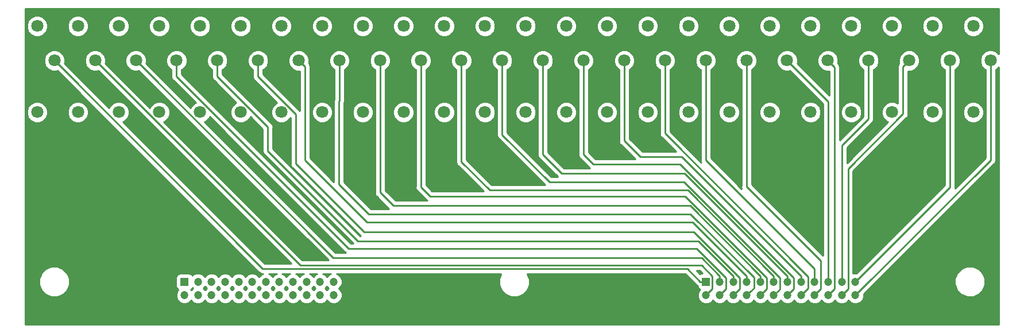
<source format=gbr>
G04 #@! TF.GenerationSoftware,KiCad,Pcbnew,(5.0.0)*
G04 #@! TF.CreationDate,2019-02-27T09:15:48+01:00*
G04 #@! TF.ProjectId,Potentiometer_mount_24LED,506F74656E74696F6D657465725F6D6F,rev?*
G04 #@! TF.SameCoordinates,Original*
G04 #@! TF.FileFunction,Copper,L2,Bot,Signal*
G04 #@! TF.FilePolarity,Positive*
%FSLAX46Y46*%
G04 Gerber Fmt 4.6, Leading zero omitted, Abs format (unit mm)*
G04 Created by KiCad (PCBNEW (5.0.0)) date 02/27/19 09:15:48*
%MOMM*%
%LPD*%
G01*
G04 APERTURE LIST*
G04 #@! TA.AperFunction,ComponentPad*
%ADD10C,1.800000*%
G04 #@! TD*
G04 #@! TA.AperFunction,ComponentPad*
%ADD11C,1.200000*%
G04 #@! TD*
G04 #@! TA.AperFunction,ComponentPad*
%ADD12R,1.200000X1.200000*%
G04 #@! TD*
G04 #@! TA.AperFunction,Conductor*
%ADD13C,0.250000*%
G04 #@! TD*
G04 #@! TA.AperFunction,NonConductor*
%ADD14C,0.254000*%
G04 #@! TD*
G04 APERTURE END LIST*
D10*
G04 #@! TO.P,LED 1,3*
G04 #@! TO.N,Net-(J1-Pad1)*
X20000000Y-47300000D03*
G04 #@! TO.P,LED 1,2*
G04 #@! TO.N,Net-(J2-Pad1)*
X22540000Y-52380000D03*
G04 #@! TO.P,LED 1,1*
G04 #@! TO.N,Net-(RV1-Pad1)*
X20000000Y-60000000D03*
G04 #@! TD*
G04 #@! TO.P,LED 2,1*
G04 #@! TO.N,Net-(RV2-Pad1)*
X26000000Y-60000000D03*
G04 #@! TO.P,LED 2,2*
G04 #@! TO.N,Net-(J2-Pad2)*
X28540000Y-52380000D03*
G04 #@! TO.P,LED 2,3*
G04 #@! TO.N,Net-(J1-Pad2)*
X26000000Y-47300000D03*
G04 #@! TD*
G04 #@! TO.P,LED 3,3*
G04 #@! TO.N,Net-(J1-Pad3)*
X32000000Y-47300000D03*
G04 #@! TO.P,LED 3,2*
G04 #@! TO.N,Net-(J2-Pad3)*
X34540000Y-52380000D03*
G04 #@! TO.P,LED 3,1*
G04 #@! TO.N,Net-(RV3-Pad1)*
X32000000Y-60000000D03*
G04 #@! TD*
G04 #@! TO.P,LED 4,1*
G04 #@! TO.N,Net-(RV4-Pad1)*
X38000000Y-60000000D03*
G04 #@! TO.P,LED 4,2*
G04 #@! TO.N,Net-(J2-Pad4)*
X40540000Y-52380000D03*
G04 #@! TO.P,LED 4,3*
G04 #@! TO.N,Net-(J1-Pad4)*
X38000000Y-47300000D03*
G04 #@! TD*
D11*
G04 #@! TO.P,From Stimulator,24*
G04 #@! TO.N,Net-(J1-Pad24)*
X63700000Y-87000000D03*
G04 #@! TO.P,From Stimulator,22*
G04 #@! TO.N,Net-(J1-Pad22)*
X61700000Y-87000000D03*
G04 #@! TO.P,From Stimulator,20*
G04 #@! TO.N,Net-(J1-Pad20)*
X59700000Y-87000000D03*
G04 #@! TO.P,From Stimulator,18*
G04 #@! TO.N,Net-(J1-Pad18)*
X57700000Y-87000000D03*
G04 #@! TO.P,From Stimulator,16*
G04 #@! TO.N,Net-(J1-Pad16)*
X55700000Y-87000000D03*
G04 #@! TO.P,From Stimulator,14*
G04 #@! TO.N,Net-(J1-Pad14)*
X53700000Y-87000000D03*
G04 #@! TO.P,From Stimulator,12*
G04 #@! TO.N,Net-(J1-Pad12)*
X51700000Y-87000000D03*
G04 #@! TO.P,From Stimulator,10*
G04 #@! TO.N,Net-(J1-Pad10)*
X49700000Y-87000000D03*
G04 #@! TO.P,From Stimulator,8*
G04 #@! TO.N,Net-(J1-Pad8)*
X47700000Y-87000000D03*
G04 #@! TO.P,From Stimulator,6*
G04 #@! TO.N,Net-(J1-Pad6)*
X45700000Y-87000000D03*
G04 #@! TO.P,From Stimulator,4*
G04 #@! TO.N,Net-(J1-Pad4)*
X43700000Y-87000000D03*
G04 #@! TO.P,From Stimulator,2*
G04 #@! TO.N,Net-(J1-Pad2)*
X41700000Y-87000000D03*
G04 #@! TO.P,From Stimulator,23*
G04 #@! TO.N,Net-(J1-Pad23)*
X63700000Y-85000000D03*
G04 #@! TO.P,From Stimulator,21*
G04 #@! TO.N,Net-(J1-Pad21)*
X61700000Y-85000000D03*
G04 #@! TO.P,From Stimulator,19*
G04 #@! TO.N,Net-(J1-Pad19)*
X59700000Y-85000000D03*
G04 #@! TO.P,From Stimulator,17*
G04 #@! TO.N,Net-(J1-Pad17)*
X57700000Y-85000000D03*
G04 #@! TO.P,From Stimulator,15*
G04 #@! TO.N,Net-(J1-Pad15)*
X55700000Y-85000000D03*
G04 #@! TO.P,From Stimulator,13*
G04 #@! TO.N,Net-(J1-Pad13)*
X53700000Y-85000000D03*
G04 #@! TO.P,From Stimulator,11*
G04 #@! TO.N,Net-(J1-Pad11)*
X51700000Y-85000000D03*
G04 #@! TO.P,From Stimulator,9*
G04 #@! TO.N,Net-(J1-Pad9)*
X49700000Y-85000000D03*
G04 #@! TO.P,From Stimulator,7*
G04 #@! TO.N,Net-(J1-Pad7)*
X47700000Y-85000000D03*
G04 #@! TO.P,From Stimulator,5*
G04 #@! TO.N,Net-(J1-Pad5)*
X45700000Y-85000000D03*
G04 #@! TO.P,From Stimulator,3*
G04 #@! TO.N,Net-(J1-Pad3)*
X43700000Y-85000000D03*
D12*
G04 #@! TO.P,From Stimulator,1*
G04 #@! TO.N,Net-(J1-Pad1)*
X41700000Y-85000000D03*
G04 #@! TD*
G04 #@! TO.P,To LED,1*
G04 #@! TO.N,Net-(J2-Pad1)*
X118600000Y-85000000D03*
D11*
G04 #@! TO.P,To LED,3*
G04 #@! TO.N,Net-(J2-Pad3)*
X120600000Y-85000000D03*
G04 #@! TO.P,To LED,5*
G04 #@! TO.N,Net-(J2-Pad5)*
X122600000Y-85000000D03*
G04 #@! TO.P,To LED,7*
G04 #@! TO.N,Net-(J2-Pad7)*
X124600000Y-85000000D03*
G04 #@! TO.P,To LED,9*
G04 #@! TO.N,Net-(J2-Pad9)*
X126600000Y-85000000D03*
G04 #@! TO.P,To LED,11*
G04 #@! TO.N,Net-(J2-Pad11)*
X128600000Y-85000000D03*
G04 #@! TO.P,To LED,13*
G04 #@! TO.N,Net-(J2-Pad13)*
X130600000Y-85000000D03*
G04 #@! TO.P,To LED,15*
G04 #@! TO.N,Net-(J2-Pad15)*
X132600000Y-85000000D03*
G04 #@! TO.P,To LED,17*
G04 #@! TO.N,Net-(J2-Pad17)*
X134600000Y-85000000D03*
G04 #@! TO.P,To LED,19*
G04 #@! TO.N,Net-(J2-Pad19)*
X136600000Y-85000000D03*
G04 #@! TO.P,To LED,21*
G04 #@! TO.N,Net-(J2-Pad21)*
X138600000Y-85000000D03*
G04 #@! TO.P,To LED,23*
G04 #@! TO.N,Net-(J2-Pad23)*
X140600000Y-85000000D03*
G04 #@! TO.P,To LED,2*
G04 #@! TO.N,Net-(J2-Pad2)*
X118600000Y-87000000D03*
G04 #@! TO.P,To LED,4*
G04 #@! TO.N,Net-(J2-Pad4)*
X120600000Y-87000000D03*
G04 #@! TO.P,To LED,6*
G04 #@! TO.N,Net-(J2-Pad6)*
X122600000Y-87000000D03*
G04 #@! TO.P,To LED,8*
G04 #@! TO.N,Net-(J2-Pad8)*
X124600000Y-87000000D03*
G04 #@! TO.P,To LED,10*
G04 #@! TO.N,Net-(J2-Pad10)*
X126600000Y-87000000D03*
G04 #@! TO.P,To LED,12*
G04 #@! TO.N,Net-(J2-Pad12)*
X128600000Y-87000000D03*
G04 #@! TO.P,To LED,14*
G04 #@! TO.N,Net-(J2-Pad14)*
X130600000Y-87000000D03*
G04 #@! TO.P,To LED,16*
G04 #@! TO.N,Net-(J2-Pad16)*
X132600000Y-87000000D03*
G04 #@! TO.P,To LED,18*
G04 #@! TO.N,Net-(J2-Pad18)*
X134600000Y-87000000D03*
G04 #@! TO.P,To LED,20*
G04 #@! TO.N,Net-(J2-Pad20)*
X136600000Y-87000000D03*
G04 #@! TO.P,To LED,22*
G04 #@! TO.N,Net-(J2-Pad22)*
X138600000Y-87000000D03*
G04 #@! TO.P,To LED,24*
G04 #@! TO.N,Net-(J2-Pad24)*
X140600000Y-87000000D03*
G04 #@! TD*
D10*
G04 #@! TO.P,LED 5,1*
G04 #@! TO.N,Net-(RV5-Pad1)*
X44000000Y-60000000D03*
G04 #@! TO.P,LED 5,2*
G04 #@! TO.N,Net-(J2-Pad5)*
X46540000Y-52380000D03*
G04 #@! TO.P,LED 5,3*
G04 #@! TO.N,Net-(J1-Pad5)*
X44000000Y-47300000D03*
G04 #@! TD*
G04 #@! TO.P,LED 6,3*
G04 #@! TO.N,Net-(J1-Pad6)*
X50000000Y-47300000D03*
G04 #@! TO.P,LED 6,2*
G04 #@! TO.N,Net-(J2-Pad6)*
X52540000Y-52380000D03*
G04 #@! TO.P,LED 6,1*
G04 #@! TO.N,Net-(RV6-Pad1)*
X50000000Y-60000000D03*
G04 #@! TD*
G04 #@! TO.P,LED 7,1*
G04 #@! TO.N,Net-(RV7-Pad1)*
X56000000Y-60000000D03*
G04 #@! TO.P,LED 7,2*
G04 #@! TO.N,Net-(J2-Pad7)*
X58540000Y-52380000D03*
G04 #@! TO.P,LED 7,3*
G04 #@! TO.N,Net-(J1-Pad7)*
X56000000Y-47300000D03*
G04 #@! TD*
G04 #@! TO.P,LED 8,3*
G04 #@! TO.N,Net-(J1-Pad8)*
X62000000Y-47300000D03*
G04 #@! TO.P,LED 8,2*
G04 #@! TO.N,Net-(J2-Pad8)*
X64540000Y-52380000D03*
G04 #@! TO.P,LED 8,1*
G04 #@! TO.N,Net-(RV8-Pad1)*
X62000000Y-60000000D03*
G04 #@! TD*
G04 #@! TO.P,LED 9,1*
G04 #@! TO.N,Net-(RV9-Pad1)*
X68000000Y-60000000D03*
G04 #@! TO.P,LED 9,2*
G04 #@! TO.N,Net-(J2-Pad9)*
X70540000Y-52380000D03*
G04 #@! TO.P,LED 9,3*
G04 #@! TO.N,Net-(J1-Pad9)*
X68000000Y-47300000D03*
G04 #@! TD*
G04 #@! TO.P,LED 10,3*
G04 #@! TO.N,Net-(J1-Pad10)*
X74000000Y-47300000D03*
G04 #@! TO.P,LED 10,2*
G04 #@! TO.N,Net-(J2-Pad10)*
X76540000Y-52380000D03*
G04 #@! TO.P,LED 10,1*
G04 #@! TO.N,Net-(RV10-Pad1)*
X74000000Y-60000000D03*
G04 #@! TD*
G04 #@! TO.P, LED 11,1*
G04 #@! TO.N,Net-(RV11-Pad1)*
X80000000Y-60000000D03*
G04 #@! TO.P, LED 11,2*
G04 #@! TO.N,Net-(J2-Pad11)*
X82540000Y-52380000D03*
G04 #@! TO.P, LED 11,3*
G04 #@! TO.N,Net-(J1-Pad11)*
X80000000Y-47300000D03*
G04 #@! TD*
G04 #@! TO.P,LED 12,1*
G04 #@! TO.N,Net-(RV12-Pad1)*
X86000000Y-60000000D03*
G04 #@! TO.P,LED 12,2*
G04 #@! TO.N,Net-(J2-Pad12)*
X88540000Y-52380000D03*
G04 #@! TO.P,LED 12,3*
G04 #@! TO.N,Net-(J1-Pad12)*
X86000000Y-47300000D03*
G04 #@! TD*
G04 #@! TO.P,LED 13,1*
G04 #@! TO.N,Net-(RV13-Pad1)*
X92000000Y-60000000D03*
G04 #@! TO.P,LED 13,2*
G04 #@! TO.N,Net-(J2-Pad13)*
X94540000Y-52380000D03*
G04 #@! TO.P,LED 13,3*
G04 #@! TO.N,Net-(J1-Pad13)*
X92000000Y-47300000D03*
G04 #@! TD*
G04 #@! TO.P,LED 14,3*
G04 #@! TO.N,Net-(J1-Pad14)*
X98000000Y-47300000D03*
G04 #@! TO.P,LED 14,2*
G04 #@! TO.N,Net-(J2-Pad14)*
X100540000Y-52380000D03*
G04 #@! TO.P,LED 14,1*
G04 #@! TO.N,Net-(RV14-Pad1)*
X98000000Y-60000000D03*
G04 #@! TD*
G04 #@! TO.P,LED 15,1*
G04 #@! TO.N,Net-(RV15-Pad1)*
X104000000Y-60000000D03*
G04 #@! TO.P,LED 15,2*
G04 #@! TO.N,Net-(J2-Pad15)*
X106540000Y-52380000D03*
G04 #@! TO.P,LED 15,3*
G04 #@! TO.N,Net-(J1-Pad15)*
X104000000Y-47300000D03*
G04 #@! TD*
G04 #@! TO.P,LED 16,3*
G04 #@! TO.N,Net-(J1-Pad16)*
X110000000Y-47300000D03*
G04 #@! TO.P,LED 16,2*
G04 #@! TO.N,Net-(J2-Pad16)*
X112540000Y-52380000D03*
G04 #@! TO.P,LED 16,1*
G04 #@! TO.N,Net-(RV16-Pad1)*
X110000000Y-60000000D03*
G04 #@! TD*
G04 #@! TO.P,LED 17,1*
G04 #@! TO.N,Net-(RV17-Pad1)*
X116000000Y-60000000D03*
G04 #@! TO.P,LED 17,2*
G04 #@! TO.N,Net-(J2-Pad17)*
X118540000Y-52380000D03*
G04 #@! TO.P,LED 17,3*
G04 #@! TO.N,Net-(J1-Pad17)*
X116000000Y-47300000D03*
G04 #@! TD*
G04 #@! TO.P,LED 18,3*
G04 #@! TO.N,Net-(J1-Pad18)*
X122000000Y-47300000D03*
G04 #@! TO.P,LED 18,2*
G04 #@! TO.N,Net-(J2-Pad18)*
X124540000Y-52380000D03*
G04 #@! TO.P,LED 18,1*
G04 #@! TO.N,Net-(RV18-Pad1)*
X122000000Y-60000000D03*
G04 #@! TD*
G04 #@! TO.P,LED 19,1*
G04 #@! TO.N,Net-(RV19-Pad1)*
X128000000Y-60000000D03*
G04 #@! TO.P,LED 19,2*
G04 #@! TO.N,Net-(J2-Pad19)*
X130540000Y-52380000D03*
G04 #@! TO.P,LED 19,3*
G04 #@! TO.N,Net-(J1-Pad19)*
X128000000Y-47300000D03*
G04 #@! TD*
G04 #@! TO.P,LED 20,3*
G04 #@! TO.N,Net-(J1-Pad20)*
X134000000Y-47300000D03*
G04 #@! TO.P,LED 20,2*
G04 #@! TO.N,Net-(J2-Pad20)*
X136540000Y-52380000D03*
G04 #@! TO.P,LED 20,1*
G04 #@! TO.N,Net-(RV20-Pad1)*
X134000000Y-60000000D03*
G04 #@! TD*
G04 #@! TO.P,LED 21,1*
G04 #@! TO.N,Net-(RV21-Pad1)*
X140000000Y-60000000D03*
G04 #@! TO.P,LED 21,2*
G04 #@! TO.N,Net-(J2-Pad21)*
X142540000Y-52380000D03*
G04 #@! TO.P,LED 21,3*
G04 #@! TO.N,Net-(J1-Pad21)*
X140000000Y-47300000D03*
G04 #@! TD*
G04 #@! TO.P,LED 22,3*
G04 #@! TO.N,Net-(J1-Pad22)*
X146000000Y-47300000D03*
G04 #@! TO.P,LED 22,2*
G04 #@! TO.N,Net-(J2-Pad22)*
X148540000Y-52380000D03*
G04 #@! TO.P,LED 22,1*
G04 #@! TO.N,Net-(RV22-Pad1)*
X146000000Y-60000000D03*
G04 #@! TD*
G04 #@! TO.P,LED 23,1*
G04 #@! TO.N,Net-(RV23-Pad1)*
X152000000Y-60000000D03*
G04 #@! TO.P,LED 23,2*
G04 #@! TO.N,Net-(J2-Pad23)*
X154540000Y-52380000D03*
G04 #@! TO.P,LED 23,3*
G04 #@! TO.N,Net-(J1-Pad23)*
X152000000Y-47300000D03*
G04 #@! TD*
G04 #@! TO.P,LED 24,3*
G04 #@! TO.N,Net-(J1-Pad24)*
X158000000Y-47300000D03*
G04 #@! TO.P,LED 24,2*
G04 #@! TO.N,Net-(J2-Pad24)*
X160540000Y-52380000D03*
G04 #@! TO.P,LED 24,1*
G04 #@! TO.N,Net-(RV24-Pad1)*
X158000000Y-60000000D03*
G04 #@! TD*
D13*
G04 #@! TO.N,Net-(J2-Pad4)*
X40540000Y-54726998D02*
X65913002Y-80100000D01*
X40540000Y-52380000D02*
X40540000Y-54726998D01*
X121199999Y-86400001D02*
X120600000Y-87000000D01*
X121525001Y-86074999D02*
X121199999Y-86400001D01*
X121525001Y-84440063D02*
X121525001Y-86074999D01*
X117184938Y-80100000D02*
X121525001Y-84440063D01*
X65913002Y-80100000D02*
X117184938Y-80100000D01*
G04 #@! TO.N,Net-(J2-Pad3)*
X34540000Y-52380000D02*
X63660000Y-81500000D01*
X120600000Y-84151472D02*
X120600000Y-85000000D01*
X117948528Y-81500000D02*
X120600000Y-84151472D01*
X63660000Y-81500000D02*
X117948528Y-81500000D01*
G04 #@! TO.N,Net-(J2-Pad2)*
X119199999Y-86400001D02*
X118600000Y-87000000D01*
X119525001Y-86074999D02*
X119199999Y-86400001D01*
X119525001Y-84139999D02*
X119525001Y-86074999D01*
X117985002Y-82600000D02*
X119525001Y-84139999D01*
X58760000Y-82600000D02*
X117985002Y-82600000D01*
X28540000Y-52380000D02*
X58760000Y-82600000D01*
G04 #@! TO.N,Net-(J2-Pad1)*
X117750000Y-85000000D02*
X118600000Y-85000000D01*
X115824999Y-83074999D02*
X117750000Y-85000000D01*
X53234999Y-83074999D02*
X115824999Y-83074999D01*
X22540000Y-52380000D02*
X53234999Y-83074999D01*
G04 #@! TO.N,Net-(J2-Pad5)*
X46540000Y-54726998D02*
X54000000Y-62186998D01*
X46540000Y-52380000D02*
X46540000Y-54726998D01*
X54000000Y-62186998D02*
X54000000Y-65700000D01*
X54000000Y-65700000D02*
X67300000Y-79000000D01*
X122600000Y-84151472D02*
X122600000Y-85000000D01*
X117448528Y-79000000D02*
X122600000Y-84151472D01*
X67300000Y-79000000D02*
X117448528Y-79000000D01*
G04 #@! TO.N,Net-(J2-Pad7)*
X59439999Y-53279999D02*
X59439999Y-67039999D01*
X58540000Y-52380000D02*
X59439999Y-53279999D01*
X59439999Y-67039999D02*
X68600000Y-76200000D01*
X124600000Y-84151472D02*
X124600000Y-85000000D01*
X116648528Y-76200000D02*
X124600000Y-84151472D01*
X68600000Y-76200000D02*
X116648528Y-76200000D01*
G04 #@! TO.N,Net-(J2-Pad9)*
X70540000Y-52380000D02*
X70540000Y-71840000D01*
X70540000Y-71840000D02*
X72500000Y-73800000D01*
X126600000Y-84151472D02*
X126600000Y-85000000D01*
X116248528Y-73800000D02*
X126600000Y-84151472D01*
X72500000Y-73800000D02*
X116248528Y-73800000D01*
G04 #@! TO.N,Net-(J2-Pad11)*
X82540000Y-52380000D02*
X82540000Y-67340000D01*
X82540000Y-67340000D02*
X86700000Y-71500000D01*
X128600000Y-84151472D02*
X128600000Y-85000000D01*
X115948528Y-71500000D02*
X128600000Y-84151472D01*
X86700000Y-71500000D02*
X115948528Y-71500000D01*
G04 #@! TO.N,Net-(J2-Pad13)*
X94540000Y-52380000D02*
X94540000Y-66240000D01*
X94540000Y-66240000D02*
X97300000Y-69000000D01*
X130600000Y-84151472D02*
X130600000Y-85000000D01*
X115448528Y-69000000D02*
X130600000Y-84151472D01*
X97300000Y-69000000D02*
X115448528Y-69000000D01*
G04 #@! TO.N,Net-(J2-Pad15)*
X106540000Y-52380000D02*
X106540000Y-64240000D01*
X106540000Y-64240000D02*
X108900000Y-66600000D01*
X132600000Y-84151472D02*
X132600000Y-85000000D01*
X115048528Y-66600000D02*
X132600000Y-84151472D01*
X108900000Y-66600000D02*
X115048528Y-66600000D01*
G04 #@! TO.N,Net-(J2-Pad17)*
X118540000Y-52380000D02*
X118540000Y-67040000D01*
X134600000Y-83100000D02*
X134600000Y-85000000D01*
X118540000Y-67040000D02*
X134600000Y-83100000D01*
G04 #@! TO.N,Net-(J2-Pad19)*
X136600000Y-58440000D02*
X136600000Y-85000000D01*
X130540000Y-52380000D02*
X136600000Y-58440000D01*
G04 #@! TO.N,Net-(J2-Pad21)*
X138600000Y-64900000D02*
X138600000Y-85000000D01*
X142540000Y-52380000D02*
X142540000Y-60960000D01*
X142540000Y-60960000D02*
X138600000Y-64900000D01*
G04 #@! TO.N,Net-(J2-Pad23)*
X154540000Y-71060000D02*
X140600000Y-85000000D01*
X154540000Y-52380000D02*
X154540000Y-71060000D01*
G04 #@! TO.N,Net-(J2-Pad6)*
X52540000Y-54726998D02*
X58100000Y-60286998D01*
X52540000Y-52380000D02*
X52540000Y-54726998D01*
X58100000Y-60286998D02*
X58100000Y-67600000D01*
X58100000Y-67600000D02*
X68200000Y-77700000D01*
X123199999Y-86400001D02*
X122600000Y-87000000D01*
X123525001Y-86074999D02*
X123199999Y-86400001D01*
X123525001Y-84440063D02*
X123525001Y-86074999D01*
X116784938Y-77700000D02*
X123525001Y-84440063D01*
X68200000Y-77700000D02*
X116784938Y-77700000D01*
G04 #@! TO.N,Net-(J2-Pad8)*
X125199999Y-86400001D02*
X124600000Y-87000000D01*
X125674999Y-85925001D02*
X125199999Y-86400001D01*
X64540000Y-52380000D02*
X64540000Y-58353002D01*
X64540000Y-58353002D02*
X64500000Y-58393002D01*
X64500000Y-58393002D02*
X64500000Y-70600000D01*
X125674999Y-84374999D02*
X125674999Y-85925001D01*
X64500000Y-70600000D02*
X68900000Y-75000000D01*
X68900000Y-75000000D02*
X116300000Y-75000000D01*
X116300000Y-75000000D02*
X125674999Y-84374999D01*
G04 #@! TO.N,Net-(J2-Pad10)*
X127525001Y-86074999D02*
X126600000Y-87000000D01*
X127525001Y-84440063D02*
X127525001Y-86074999D01*
X115484938Y-72400000D02*
X127525001Y-84440063D01*
X77900000Y-72400000D02*
X115484938Y-72400000D01*
X76540000Y-52380000D02*
X76540000Y-71040000D01*
X76540000Y-71040000D02*
X77900000Y-72400000D01*
G04 #@! TO.N,Net-(J2-Pad12)*
X88540000Y-52380000D02*
X88540000Y-63340000D01*
X88540000Y-63340000D02*
X95500000Y-70300000D01*
X129199999Y-86400001D02*
X128600000Y-87000000D01*
X129525001Y-86074999D02*
X129199999Y-86400001D01*
X129525001Y-84440063D02*
X129525001Y-86074999D01*
X115384938Y-70300000D02*
X129525001Y-84440063D01*
X95500000Y-70300000D02*
X115384938Y-70300000D01*
G04 #@! TO.N,Net-(J2-Pad14)*
X100540000Y-52380000D02*
X100540000Y-66240000D01*
X100540000Y-66240000D02*
X102000000Y-67700000D01*
X131199999Y-86400001D02*
X130600000Y-87000000D01*
X131525001Y-86074999D02*
X131199999Y-86400001D01*
X131525001Y-84440063D02*
X131525001Y-86074999D01*
X114784938Y-67700000D02*
X131525001Y-84440063D01*
X102000000Y-67700000D02*
X114784938Y-67700000D01*
G04 #@! TO.N,Net-(J2-Pad16)*
X133199999Y-86400001D02*
X132600000Y-87000000D01*
X133674999Y-85925001D02*
X133199999Y-86400001D01*
X133674999Y-84274999D02*
X133674999Y-85925001D01*
X112540000Y-63140000D02*
X133674999Y-84274999D01*
X112540000Y-52380000D02*
X112540000Y-63140000D01*
G04 #@! TO.N,Net-(J2-Pad18)*
X124540000Y-52380000D02*
X124540000Y-70940000D01*
X135199999Y-86400001D02*
X134600000Y-87000000D01*
X135525001Y-86074999D02*
X135199999Y-86400001D01*
X135525001Y-81925001D02*
X135525001Y-86074999D01*
X124540000Y-70940000D02*
X135525001Y-81925001D01*
G04 #@! TO.N,Net-(J2-Pad20)*
X137199999Y-86400001D02*
X136600000Y-87000000D01*
X137525001Y-86074999D02*
X137199999Y-86400001D01*
X137525001Y-53365001D02*
X137525001Y-86074999D01*
X136540000Y-52380000D02*
X137525001Y-53365001D01*
G04 #@! TO.N,Net-(J2-Pad22)*
X147640001Y-53279999D02*
X147640001Y-60259999D01*
X148540000Y-52380000D02*
X147640001Y-53279999D01*
X139199999Y-86400001D02*
X138600000Y-87000000D01*
X139525001Y-86074999D02*
X139199999Y-86400001D01*
X139525001Y-68374999D02*
X139525001Y-86074999D01*
X147640001Y-60259999D02*
X139525001Y-68374999D01*
G04 #@! TO.N,Net-(J2-Pad24)*
X160540000Y-67060000D02*
X140600000Y-87000000D01*
X160540000Y-52380000D02*
X160540000Y-67060000D01*
G04 #@! TD*
D14*
G36*
X161765000Y-51434183D02*
X161409507Y-51078690D01*
X160845330Y-50845000D01*
X160234670Y-50845000D01*
X159670493Y-51078690D01*
X159238690Y-51510493D01*
X159005000Y-52074670D01*
X159005000Y-52685330D01*
X159238690Y-53249507D01*
X159670493Y-53681310D01*
X159780000Y-53726669D01*
X159780001Y-66745196D01*
X155277567Y-71247631D01*
X155300000Y-71134852D01*
X155300000Y-71134848D01*
X155314888Y-71060001D01*
X155300000Y-70985154D01*
X155300000Y-59694670D01*
X156465000Y-59694670D01*
X156465000Y-60305330D01*
X156698690Y-60869507D01*
X157130493Y-61301310D01*
X157694670Y-61535000D01*
X158305330Y-61535000D01*
X158869507Y-61301310D01*
X159301310Y-60869507D01*
X159535000Y-60305330D01*
X159535000Y-59694670D01*
X159301310Y-59130493D01*
X158869507Y-58698690D01*
X158305330Y-58465000D01*
X157694670Y-58465000D01*
X157130493Y-58698690D01*
X156698690Y-59130493D01*
X156465000Y-59694670D01*
X155300000Y-59694670D01*
X155300000Y-53726669D01*
X155409507Y-53681310D01*
X155841310Y-53249507D01*
X156075000Y-52685330D01*
X156075000Y-52074670D01*
X155841310Y-51510493D01*
X155409507Y-51078690D01*
X154845330Y-50845000D01*
X154234670Y-50845000D01*
X153670493Y-51078690D01*
X153238690Y-51510493D01*
X153005000Y-52074670D01*
X153005000Y-52685330D01*
X153238690Y-53249507D01*
X153670493Y-53681310D01*
X153780000Y-53726669D01*
X153780001Y-70745197D01*
X140760199Y-83765000D01*
X140354343Y-83765000D01*
X140285001Y-83793722D01*
X140285001Y-68689800D01*
X148124474Y-60850328D01*
X148187930Y-60807928D01*
X148355905Y-60556536D01*
X148400001Y-60334851D01*
X148400001Y-60334847D01*
X148414889Y-60260000D01*
X148400001Y-60185153D01*
X148400001Y-59694670D01*
X150465000Y-59694670D01*
X150465000Y-60305330D01*
X150698690Y-60869507D01*
X151130493Y-61301310D01*
X151694670Y-61535000D01*
X152305330Y-61535000D01*
X152869507Y-61301310D01*
X153301310Y-60869507D01*
X153535000Y-60305330D01*
X153535000Y-59694670D01*
X153301310Y-59130493D01*
X152869507Y-58698690D01*
X152305330Y-58465000D01*
X151694670Y-58465000D01*
X151130493Y-58698690D01*
X150698690Y-59130493D01*
X150465000Y-59694670D01*
X148400001Y-59694670D01*
X148400001Y-53915000D01*
X148845330Y-53915000D01*
X149409507Y-53681310D01*
X149841310Y-53249507D01*
X150075000Y-52685330D01*
X150075000Y-52074670D01*
X149841310Y-51510493D01*
X149409507Y-51078690D01*
X148845330Y-50845000D01*
X148234670Y-50845000D01*
X147670493Y-51078690D01*
X147238690Y-51510493D01*
X147005000Y-52074670D01*
X147005000Y-52685330D01*
X147050273Y-52794627D01*
X146924097Y-52983463D01*
X146880001Y-53205148D01*
X146880001Y-53205152D01*
X146865113Y-53279999D01*
X146880001Y-53354846D01*
X146880002Y-58709185D01*
X146869507Y-58698690D01*
X146305330Y-58465000D01*
X145694670Y-58465000D01*
X145130493Y-58698690D01*
X144698690Y-59130493D01*
X144465000Y-59694670D01*
X144465000Y-60305330D01*
X144698690Y-60869507D01*
X145130493Y-61301310D01*
X145408665Y-61416533D01*
X139360000Y-67465199D01*
X139360000Y-65214801D01*
X143024476Y-61550327D01*
X143087929Y-61507929D01*
X143130327Y-61444476D01*
X143130329Y-61444474D01*
X143255903Y-61256538D01*
X143255904Y-61256537D01*
X143300000Y-61034852D01*
X143300000Y-61034848D01*
X143314888Y-60960001D01*
X143300000Y-60885154D01*
X143300000Y-53726669D01*
X143409507Y-53681310D01*
X143841310Y-53249507D01*
X144075000Y-52685330D01*
X144075000Y-52074670D01*
X143841310Y-51510493D01*
X143409507Y-51078690D01*
X142845330Y-50845000D01*
X142234670Y-50845000D01*
X141670493Y-51078690D01*
X141238690Y-51510493D01*
X141005000Y-52074670D01*
X141005000Y-52685330D01*
X141238690Y-53249507D01*
X141670493Y-53681310D01*
X141780000Y-53726669D01*
X141780001Y-60645196D01*
X138285001Y-64140198D01*
X138285001Y-59694670D01*
X138465000Y-59694670D01*
X138465000Y-60305330D01*
X138698690Y-60869507D01*
X139130493Y-61301310D01*
X139694670Y-61535000D01*
X140305330Y-61535000D01*
X140869507Y-61301310D01*
X141301310Y-60869507D01*
X141535000Y-60305330D01*
X141535000Y-59694670D01*
X141301310Y-59130493D01*
X140869507Y-58698690D01*
X140305330Y-58465000D01*
X139694670Y-58465000D01*
X139130493Y-58698690D01*
X138698690Y-59130493D01*
X138465000Y-59694670D01*
X138285001Y-59694670D01*
X138285001Y-53439849D01*
X138299889Y-53365001D01*
X138285001Y-53290153D01*
X138285001Y-53290149D01*
X138240905Y-53068464D01*
X138240905Y-53068463D01*
X138115330Y-52880528D01*
X138072930Y-52817072D01*
X138031811Y-52789597D01*
X138075000Y-52685330D01*
X138075000Y-52074670D01*
X137841310Y-51510493D01*
X137409507Y-51078690D01*
X136845330Y-50845000D01*
X136234670Y-50845000D01*
X135670493Y-51078690D01*
X135238690Y-51510493D01*
X135005000Y-52074670D01*
X135005000Y-52685330D01*
X135238690Y-53249507D01*
X135670493Y-53681310D01*
X136234670Y-53915000D01*
X136765001Y-53915000D01*
X136765001Y-57530199D01*
X132029640Y-52794839D01*
X132075000Y-52685330D01*
X132075000Y-52074670D01*
X131841310Y-51510493D01*
X131409507Y-51078690D01*
X130845330Y-50845000D01*
X130234670Y-50845000D01*
X129670493Y-51078690D01*
X129238690Y-51510493D01*
X129005000Y-52074670D01*
X129005000Y-52685330D01*
X129238690Y-53249507D01*
X129670493Y-53681310D01*
X130234670Y-53915000D01*
X130845330Y-53915000D01*
X130954839Y-53869640D01*
X135840000Y-58754802D01*
X135840001Y-81165198D01*
X125300000Y-70625199D01*
X125300000Y-59694670D01*
X126465000Y-59694670D01*
X126465000Y-60305330D01*
X126698690Y-60869507D01*
X127130493Y-61301310D01*
X127694670Y-61535000D01*
X128305330Y-61535000D01*
X128869507Y-61301310D01*
X129301310Y-60869507D01*
X129535000Y-60305330D01*
X129535000Y-59694670D01*
X132465000Y-59694670D01*
X132465000Y-60305330D01*
X132698690Y-60869507D01*
X133130493Y-61301310D01*
X133694670Y-61535000D01*
X134305330Y-61535000D01*
X134869507Y-61301310D01*
X135301310Y-60869507D01*
X135535000Y-60305330D01*
X135535000Y-59694670D01*
X135301310Y-59130493D01*
X134869507Y-58698690D01*
X134305330Y-58465000D01*
X133694670Y-58465000D01*
X133130493Y-58698690D01*
X132698690Y-59130493D01*
X132465000Y-59694670D01*
X129535000Y-59694670D01*
X129301310Y-59130493D01*
X128869507Y-58698690D01*
X128305330Y-58465000D01*
X127694670Y-58465000D01*
X127130493Y-58698690D01*
X126698690Y-59130493D01*
X126465000Y-59694670D01*
X125300000Y-59694670D01*
X125300000Y-53726669D01*
X125409507Y-53681310D01*
X125841310Y-53249507D01*
X126075000Y-52685330D01*
X126075000Y-52074670D01*
X125841310Y-51510493D01*
X125409507Y-51078690D01*
X124845330Y-50845000D01*
X124234670Y-50845000D01*
X123670493Y-51078690D01*
X123238690Y-51510493D01*
X123005000Y-52074670D01*
X123005000Y-52685330D01*
X123238690Y-53249507D01*
X123670493Y-53681310D01*
X123780000Y-53726669D01*
X123780001Y-70865148D01*
X123765112Y-70940000D01*
X123824097Y-71236537D01*
X123849789Y-71274987D01*
X119300000Y-66725199D01*
X119300000Y-59694670D01*
X120465000Y-59694670D01*
X120465000Y-60305330D01*
X120698690Y-60869507D01*
X121130493Y-61301310D01*
X121694670Y-61535000D01*
X122305330Y-61535000D01*
X122869507Y-61301310D01*
X123301310Y-60869507D01*
X123535000Y-60305330D01*
X123535000Y-59694670D01*
X123301310Y-59130493D01*
X122869507Y-58698690D01*
X122305330Y-58465000D01*
X121694670Y-58465000D01*
X121130493Y-58698690D01*
X120698690Y-59130493D01*
X120465000Y-59694670D01*
X119300000Y-59694670D01*
X119300000Y-53726669D01*
X119409507Y-53681310D01*
X119841310Y-53249507D01*
X120075000Y-52685330D01*
X120075000Y-52074670D01*
X119841310Y-51510493D01*
X119409507Y-51078690D01*
X118845330Y-50845000D01*
X118234670Y-50845000D01*
X117670493Y-51078690D01*
X117238690Y-51510493D01*
X117005000Y-52074670D01*
X117005000Y-52685330D01*
X117238690Y-53249507D01*
X117670493Y-53681310D01*
X117780000Y-53726669D01*
X117780001Y-66965148D01*
X117765112Y-67040000D01*
X117824097Y-67336537D01*
X117849789Y-67374988D01*
X113300000Y-62825199D01*
X113300000Y-59694670D01*
X114465000Y-59694670D01*
X114465000Y-60305330D01*
X114698690Y-60869507D01*
X115130493Y-61301310D01*
X115694670Y-61535000D01*
X116305330Y-61535000D01*
X116869507Y-61301310D01*
X117301310Y-60869507D01*
X117535000Y-60305330D01*
X117535000Y-59694670D01*
X117301310Y-59130493D01*
X116869507Y-58698690D01*
X116305330Y-58465000D01*
X115694670Y-58465000D01*
X115130493Y-58698690D01*
X114698690Y-59130493D01*
X114465000Y-59694670D01*
X113300000Y-59694670D01*
X113300000Y-53726669D01*
X113409507Y-53681310D01*
X113841310Y-53249507D01*
X114075000Y-52685330D01*
X114075000Y-52074670D01*
X113841310Y-51510493D01*
X113409507Y-51078690D01*
X112845330Y-50845000D01*
X112234670Y-50845000D01*
X111670493Y-51078690D01*
X111238690Y-51510493D01*
X111005000Y-52074670D01*
X111005000Y-52685330D01*
X111238690Y-53249507D01*
X111670493Y-53681310D01*
X111780000Y-53726669D01*
X111780001Y-63065148D01*
X111765112Y-63140000D01*
X111780001Y-63214852D01*
X111824097Y-63436537D01*
X111992072Y-63687929D01*
X112055528Y-63730329D01*
X114165199Y-65840000D01*
X109214802Y-65840000D01*
X107300000Y-63925199D01*
X107300000Y-59694670D01*
X108465000Y-59694670D01*
X108465000Y-60305330D01*
X108698690Y-60869507D01*
X109130493Y-61301310D01*
X109694670Y-61535000D01*
X110305330Y-61535000D01*
X110869507Y-61301310D01*
X111301310Y-60869507D01*
X111535000Y-60305330D01*
X111535000Y-59694670D01*
X111301310Y-59130493D01*
X110869507Y-58698690D01*
X110305330Y-58465000D01*
X109694670Y-58465000D01*
X109130493Y-58698690D01*
X108698690Y-59130493D01*
X108465000Y-59694670D01*
X107300000Y-59694670D01*
X107300000Y-53726669D01*
X107409507Y-53681310D01*
X107841310Y-53249507D01*
X108075000Y-52685330D01*
X108075000Y-52074670D01*
X107841310Y-51510493D01*
X107409507Y-51078690D01*
X106845330Y-50845000D01*
X106234670Y-50845000D01*
X105670493Y-51078690D01*
X105238690Y-51510493D01*
X105005000Y-52074670D01*
X105005000Y-52685330D01*
X105238690Y-53249507D01*
X105670493Y-53681310D01*
X105780000Y-53726669D01*
X105780001Y-64165148D01*
X105765112Y-64240000D01*
X105824097Y-64536537D01*
X105868816Y-64603463D01*
X105992072Y-64787929D01*
X106055528Y-64830329D01*
X108165198Y-66940000D01*
X102314802Y-66940000D01*
X101300000Y-65925199D01*
X101300000Y-59694670D01*
X102465000Y-59694670D01*
X102465000Y-60305330D01*
X102698690Y-60869507D01*
X103130493Y-61301310D01*
X103694670Y-61535000D01*
X104305330Y-61535000D01*
X104869507Y-61301310D01*
X105301310Y-60869507D01*
X105535000Y-60305330D01*
X105535000Y-59694670D01*
X105301310Y-59130493D01*
X104869507Y-58698690D01*
X104305330Y-58465000D01*
X103694670Y-58465000D01*
X103130493Y-58698690D01*
X102698690Y-59130493D01*
X102465000Y-59694670D01*
X101300000Y-59694670D01*
X101300000Y-53726669D01*
X101409507Y-53681310D01*
X101841310Y-53249507D01*
X102075000Y-52685330D01*
X102075000Y-52074670D01*
X101841310Y-51510493D01*
X101409507Y-51078690D01*
X100845330Y-50845000D01*
X100234670Y-50845000D01*
X99670493Y-51078690D01*
X99238690Y-51510493D01*
X99005000Y-52074670D01*
X99005000Y-52685330D01*
X99238690Y-53249507D01*
X99670493Y-53681310D01*
X99780000Y-53726669D01*
X99780001Y-66165148D01*
X99765112Y-66240000D01*
X99780001Y-66314852D01*
X99824097Y-66536537D01*
X99992072Y-66787929D01*
X100055528Y-66830329D01*
X101409670Y-68184472D01*
X101446773Y-68240000D01*
X97614803Y-68240000D01*
X95300000Y-65925199D01*
X95300000Y-59694670D01*
X96465000Y-59694670D01*
X96465000Y-60305330D01*
X96698690Y-60869507D01*
X97130493Y-61301310D01*
X97694670Y-61535000D01*
X98305330Y-61535000D01*
X98869507Y-61301310D01*
X99301310Y-60869507D01*
X99535000Y-60305330D01*
X99535000Y-59694670D01*
X99301310Y-59130493D01*
X98869507Y-58698690D01*
X98305330Y-58465000D01*
X97694670Y-58465000D01*
X97130493Y-58698690D01*
X96698690Y-59130493D01*
X96465000Y-59694670D01*
X95300000Y-59694670D01*
X95300000Y-53726669D01*
X95409507Y-53681310D01*
X95841310Y-53249507D01*
X96075000Y-52685330D01*
X96075000Y-52074670D01*
X95841310Y-51510493D01*
X95409507Y-51078690D01*
X94845330Y-50845000D01*
X94234670Y-50845000D01*
X93670493Y-51078690D01*
X93238690Y-51510493D01*
X93005000Y-52074670D01*
X93005000Y-52685330D01*
X93238690Y-53249507D01*
X93670493Y-53681310D01*
X93780000Y-53726669D01*
X93780001Y-66165148D01*
X93765112Y-66240000D01*
X93780001Y-66314852D01*
X93824097Y-66536537D01*
X93992072Y-66787929D01*
X94055528Y-66830329D01*
X96709673Y-69484476D01*
X96746773Y-69540000D01*
X95814803Y-69540000D01*
X89300000Y-63025199D01*
X89300000Y-59694670D01*
X90465000Y-59694670D01*
X90465000Y-60305330D01*
X90698690Y-60869507D01*
X91130493Y-61301310D01*
X91694670Y-61535000D01*
X92305330Y-61535000D01*
X92869507Y-61301310D01*
X93301310Y-60869507D01*
X93535000Y-60305330D01*
X93535000Y-59694670D01*
X93301310Y-59130493D01*
X92869507Y-58698690D01*
X92305330Y-58465000D01*
X91694670Y-58465000D01*
X91130493Y-58698690D01*
X90698690Y-59130493D01*
X90465000Y-59694670D01*
X89300000Y-59694670D01*
X89300000Y-53726669D01*
X89409507Y-53681310D01*
X89841310Y-53249507D01*
X90075000Y-52685330D01*
X90075000Y-52074670D01*
X89841310Y-51510493D01*
X89409507Y-51078690D01*
X88845330Y-50845000D01*
X88234670Y-50845000D01*
X87670493Y-51078690D01*
X87238690Y-51510493D01*
X87005000Y-52074670D01*
X87005000Y-52685330D01*
X87238690Y-53249507D01*
X87670493Y-53681310D01*
X87780000Y-53726669D01*
X87780001Y-63265148D01*
X87765112Y-63340000D01*
X87780001Y-63414852D01*
X87824097Y-63636537D01*
X87992072Y-63887929D01*
X88055528Y-63930329D01*
X94865197Y-70740000D01*
X87014803Y-70740000D01*
X83300000Y-67025199D01*
X83300000Y-59694670D01*
X84465000Y-59694670D01*
X84465000Y-60305330D01*
X84698690Y-60869507D01*
X85130493Y-61301310D01*
X85694670Y-61535000D01*
X86305330Y-61535000D01*
X86869507Y-61301310D01*
X87301310Y-60869507D01*
X87535000Y-60305330D01*
X87535000Y-59694670D01*
X87301310Y-59130493D01*
X86869507Y-58698690D01*
X86305330Y-58465000D01*
X85694670Y-58465000D01*
X85130493Y-58698690D01*
X84698690Y-59130493D01*
X84465000Y-59694670D01*
X83300000Y-59694670D01*
X83300000Y-53726669D01*
X83409507Y-53681310D01*
X83841310Y-53249507D01*
X84075000Y-52685330D01*
X84075000Y-52074670D01*
X83841310Y-51510493D01*
X83409507Y-51078690D01*
X82845330Y-50845000D01*
X82234670Y-50845000D01*
X81670493Y-51078690D01*
X81238690Y-51510493D01*
X81005000Y-52074670D01*
X81005000Y-52685330D01*
X81238690Y-53249507D01*
X81670493Y-53681310D01*
X81780000Y-53726669D01*
X81780001Y-67265148D01*
X81765112Y-67340000D01*
X81824097Y-67636537D01*
X81903856Y-67755904D01*
X81992072Y-67887929D01*
X82055528Y-67930329D01*
X85765197Y-71640000D01*
X78214803Y-71640000D01*
X77300000Y-70725199D01*
X77300000Y-59694670D01*
X78465000Y-59694670D01*
X78465000Y-60305330D01*
X78698690Y-60869507D01*
X79130493Y-61301310D01*
X79694670Y-61535000D01*
X80305330Y-61535000D01*
X80869507Y-61301310D01*
X81301310Y-60869507D01*
X81535000Y-60305330D01*
X81535000Y-59694670D01*
X81301310Y-59130493D01*
X80869507Y-58698690D01*
X80305330Y-58465000D01*
X79694670Y-58465000D01*
X79130493Y-58698690D01*
X78698690Y-59130493D01*
X78465000Y-59694670D01*
X77300000Y-59694670D01*
X77300000Y-53726669D01*
X77409507Y-53681310D01*
X77841310Y-53249507D01*
X78075000Y-52685330D01*
X78075000Y-52074670D01*
X77841310Y-51510493D01*
X77409507Y-51078690D01*
X76845330Y-50845000D01*
X76234670Y-50845000D01*
X75670493Y-51078690D01*
X75238690Y-51510493D01*
X75005000Y-52074670D01*
X75005000Y-52685330D01*
X75238690Y-53249507D01*
X75670493Y-53681310D01*
X75780000Y-53726669D01*
X75780001Y-70965148D01*
X75765112Y-71040000D01*
X75824097Y-71336537D01*
X75933320Y-71500000D01*
X75992072Y-71587929D01*
X76055528Y-71630329D01*
X77309673Y-72884476D01*
X77352071Y-72947929D01*
X77415524Y-72990327D01*
X77415526Y-72990329D01*
X77489864Y-73040000D01*
X72814802Y-73040000D01*
X71300000Y-71525199D01*
X71300000Y-59694670D01*
X72465000Y-59694670D01*
X72465000Y-60305330D01*
X72698690Y-60869507D01*
X73130493Y-61301310D01*
X73694670Y-61535000D01*
X74305330Y-61535000D01*
X74869507Y-61301310D01*
X75301310Y-60869507D01*
X75535000Y-60305330D01*
X75535000Y-59694670D01*
X75301310Y-59130493D01*
X74869507Y-58698690D01*
X74305330Y-58465000D01*
X73694670Y-58465000D01*
X73130493Y-58698690D01*
X72698690Y-59130493D01*
X72465000Y-59694670D01*
X71300000Y-59694670D01*
X71300000Y-53726669D01*
X71409507Y-53681310D01*
X71841310Y-53249507D01*
X72075000Y-52685330D01*
X72075000Y-52074670D01*
X71841310Y-51510493D01*
X71409507Y-51078690D01*
X70845330Y-50845000D01*
X70234670Y-50845000D01*
X69670493Y-51078690D01*
X69238690Y-51510493D01*
X69005000Y-52074670D01*
X69005000Y-52685330D01*
X69238690Y-53249507D01*
X69670493Y-53681310D01*
X69780000Y-53726669D01*
X69780001Y-71765148D01*
X69765112Y-71840000D01*
X69780001Y-71914852D01*
X69824097Y-72136537D01*
X69992072Y-72387929D01*
X70055528Y-72430329D01*
X71865198Y-74240000D01*
X69214802Y-74240000D01*
X65260000Y-70285199D01*
X65260000Y-59694670D01*
X66465000Y-59694670D01*
X66465000Y-60305330D01*
X66698690Y-60869507D01*
X67130493Y-61301310D01*
X67694670Y-61535000D01*
X68305330Y-61535000D01*
X68869507Y-61301310D01*
X69301310Y-60869507D01*
X69535000Y-60305330D01*
X69535000Y-59694670D01*
X69301310Y-59130493D01*
X68869507Y-58698690D01*
X68305330Y-58465000D01*
X67694670Y-58465000D01*
X67130493Y-58698690D01*
X66698690Y-59130493D01*
X66465000Y-59694670D01*
X65260000Y-59694670D01*
X65260000Y-58628947D01*
X65300000Y-58427854D01*
X65300000Y-58427850D01*
X65314888Y-58353002D01*
X65300000Y-58278154D01*
X65300000Y-53726669D01*
X65409507Y-53681310D01*
X65841310Y-53249507D01*
X66075000Y-52685330D01*
X66075000Y-52074670D01*
X65841310Y-51510493D01*
X65409507Y-51078690D01*
X64845330Y-50845000D01*
X64234670Y-50845000D01*
X63670493Y-51078690D01*
X63238690Y-51510493D01*
X63005000Y-52074670D01*
X63005000Y-52685330D01*
X63238690Y-53249507D01*
X63670493Y-53681310D01*
X63780000Y-53726669D01*
X63780001Y-58117053D01*
X63740000Y-58318151D01*
X63740000Y-58318155D01*
X63725112Y-58393002D01*
X63740000Y-58467849D01*
X63740001Y-70265200D01*
X60199999Y-66725198D01*
X60199999Y-59694670D01*
X60465000Y-59694670D01*
X60465000Y-60305330D01*
X60698690Y-60869507D01*
X61130493Y-61301310D01*
X61694670Y-61535000D01*
X62305330Y-61535000D01*
X62869507Y-61301310D01*
X63301310Y-60869507D01*
X63535000Y-60305330D01*
X63535000Y-59694670D01*
X63301310Y-59130493D01*
X62869507Y-58698690D01*
X62305330Y-58465000D01*
X61694670Y-58465000D01*
X61130493Y-58698690D01*
X60698690Y-59130493D01*
X60465000Y-59694670D01*
X60199999Y-59694670D01*
X60199999Y-53354847D01*
X60214887Y-53279999D01*
X60199999Y-53205151D01*
X60199999Y-53205147D01*
X60155903Y-52983462D01*
X60155903Y-52983461D01*
X60030328Y-52795526D01*
X60029728Y-52794627D01*
X60075000Y-52685330D01*
X60075000Y-52074670D01*
X59841310Y-51510493D01*
X59409507Y-51078690D01*
X58845330Y-50845000D01*
X58234670Y-50845000D01*
X57670493Y-51078690D01*
X57238690Y-51510493D01*
X57005000Y-52074670D01*
X57005000Y-52685330D01*
X57238690Y-53249507D01*
X57670493Y-53681310D01*
X58234670Y-53915000D01*
X58679999Y-53915000D01*
X58679999Y-59787066D01*
X58647929Y-59739069D01*
X58584476Y-59696671D01*
X53300000Y-54412197D01*
X53300000Y-53726669D01*
X53409507Y-53681310D01*
X53841310Y-53249507D01*
X54075000Y-52685330D01*
X54075000Y-52074670D01*
X53841310Y-51510493D01*
X53409507Y-51078690D01*
X52845330Y-50845000D01*
X52234670Y-50845000D01*
X51670493Y-51078690D01*
X51238690Y-51510493D01*
X51005000Y-52074670D01*
X51005000Y-52685330D01*
X51238690Y-53249507D01*
X51670493Y-53681310D01*
X51780001Y-53726670D01*
X51780001Y-54652146D01*
X51765112Y-54726998D01*
X51780001Y-54801850D01*
X51824097Y-55023535D01*
X51992072Y-55274927D01*
X52055528Y-55317327D01*
X55347148Y-58608948D01*
X55130493Y-58698690D01*
X54698690Y-59130493D01*
X54465000Y-59694670D01*
X54465000Y-60305330D01*
X54698690Y-60869507D01*
X55130493Y-61301310D01*
X55694670Y-61535000D01*
X56305330Y-61535000D01*
X56869507Y-61301310D01*
X57301310Y-60869507D01*
X57340000Y-60776101D01*
X57340001Y-67525148D01*
X57325112Y-67600000D01*
X57384097Y-67896537D01*
X57505656Y-68078462D01*
X57552072Y-68147929D01*
X57615528Y-68190329D01*
X67609670Y-78184472D01*
X67646773Y-78240000D01*
X67614803Y-78240000D01*
X54760000Y-65385199D01*
X54760000Y-62261844D01*
X54774888Y-62186997D01*
X54760000Y-62112150D01*
X54760000Y-62112146D01*
X54715904Y-61890461D01*
X54547929Y-61639069D01*
X54484473Y-61596669D01*
X47300000Y-54412197D01*
X47300000Y-53726669D01*
X47409507Y-53681310D01*
X47841310Y-53249507D01*
X48075000Y-52685330D01*
X48075000Y-52074670D01*
X47841310Y-51510493D01*
X47409507Y-51078690D01*
X46845330Y-50845000D01*
X46234670Y-50845000D01*
X45670493Y-51078690D01*
X45238690Y-51510493D01*
X45005000Y-52074670D01*
X45005000Y-52685330D01*
X45238690Y-53249507D01*
X45670493Y-53681310D01*
X45780001Y-53726670D01*
X45780001Y-54652146D01*
X45765112Y-54726998D01*
X45780001Y-54801850D01*
X45824097Y-55023535D01*
X45992072Y-55274927D01*
X46055528Y-55317327D01*
X49347149Y-58608948D01*
X49130493Y-58698690D01*
X48698690Y-59130493D01*
X48465000Y-59694670D01*
X48465000Y-60305330D01*
X48698690Y-60869507D01*
X49130493Y-61301310D01*
X49694670Y-61535000D01*
X50305330Y-61535000D01*
X50869507Y-61301310D01*
X51301310Y-60869507D01*
X51391052Y-60652851D01*
X53240000Y-62501800D01*
X53240001Y-65625148D01*
X53225112Y-65700000D01*
X53284097Y-65996537D01*
X53363604Y-66115527D01*
X53452072Y-66247929D01*
X53515528Y-66290329D01*
X66565197Y-79340000D01*
X66227804Y-79340000D01*
X41300000Y-54412197D01*
X41300000Y-53726669D01*
X41409507Y-53681310D01*
X41841310Y-53249507D01*
X42075000Y-52685330D01*
X42075000Y-52074670D01*
X41841310Y-51510493D01*
X41409507Y-51078690D01*
X40845330Y-50845000D01*
X40234670Y-50845000D01*
X39670493Y-51078690D01*
X39238690Y-51510493D01*
X39005000Y-52074670D01*
X39005000Y-52685330D01*
X39238690Y-53249507D01*
X39670493Y-53681310D01*
X39780001Y-53726670D01*
X39780001Y-54652146D01*
X39765112Y-54726998D01*
X39780001Y-54801850D01*
X39824097Y-55023535D01*
X39992072Y-55274927D01*
X40055528Y-55317327D01*
X43347149Y-58608948D01*
X43130493Y-58698690D01*
X42698690Y-59130493D01*
X42601041Y-59366239D01*
X36029640Y-52794839D01*
X36075000Y-52685330D01*
X36075000Y-52074670D01*
X35841310Y-51510493D01*
X35409507Y-51078690D01*
X34845330Y-50845000D01*
X34234670Y-50845000D01*
X33670493Y-51078690D01*
X33238690Y-51510493D01*
X33005000Y-52074670D01*
X33005000Y-52685330D01*
X33238690Y-53249507D01*
X33670493Y-53681310D01*
X34234670Y-53915000D01*
X34845330Y-53915000D01*
X34954839Y-53869640D01*
X62925198Y-81840000D01*
X59074802Y-81840000D01*
X38633761Y-61398959D01*
X38869507Y-61301310D01*
X39301310Y-60869507D01*
X39535000Y-60305330D01*
X39535000Y-59694670D01*
X39301310Y-59130493D01*
X38869507Y-58698690D01*
X38305330Y-58465000D01*
X37694670Y-58465000D01*
X37130493Y-58698690D01*
X36698690Y-59130493D01*
X36601041Y-59366239D01*
X30029640Y-52794839D01*
X30075000Y-52685330D01*
X30075000Y-52074670D01*
X29841310Y-51510493D01*
X29409507Y-51078690D01*
X28845330Y-50845000D01*
X28234670Y-50845000D01*
X27670493Y-51078690D01*
X27238690Y-51510493D01*
X27005000Y-52074670D01*
X27005000Y-52685330D01*
X27238690Y-53249507D01*
X27670493Y-53681310D01*
X28234670Y-53915000D01*
X28845330Y-53915000D01*
X28954839Y-53869640D01*
X57400197Y-82314999D01*
X53549801Y-82314999D01*
X32633761Y-61398959D01*
X32869507Y-61301310D01*
X33301310Y-60869507D01*
X33535000Y-60305330D01*
X33535000Y-59694670D01*
X33301310Y-59130493D01*
X32869507Y-58698690D01*
X32305330Y-58465000D01*
X31694670Y-58465000D01*
X31130493Y-58698690D01*
X30698690Y-59130493D01*
X30601041Y-59366239D01*
X24029640Y-52794839D01*
X24075000Y-52685330D01*
X24075000Y-52074670D01*
X23841310Y-51510493D01*
X23409507Y-51078690D01*
X22845330Y-50845000D01*
X22234670Y-50845000D01*
X21670493Y-51078690D01*
X21238690Y-51510493D01*
X21005000Y-52074670D01*
X21005000Y-52685330D01*
X21238690Y-53249507D01*
X21670493Y-53681310D01*
X22234670Y-53915000D01*
X22845330Y-53915000D01*
X22954839Y-53869640D01*
X52644669Y-83559471D01*
X52687070Y-83622928D01*
X52938462Y-83790903D01*
X53160147Y-83834999D01*
X53160152Y-83834999D01*
X53234999Y-83849887D01*
X53262721Y-83844373D01*
X53000429Y-83953018D01*
X52700000Y-84253447D01*
X52399571Y-83953018D01*
X51945657Y-83765000D01*
X51454343Y-83765000D01*
X51000429Y-83953018D01*
X50700000Y-84253447D01*
X50399571Y-83953018D01*
X49945657Y-83765000D01*
X49454343Y-83765000D01*
X49000429Y-83953018D01*
X48700000Y-84253447D01*
X48399571Y-83953018D01*
X47945657Y-83765000D01*
X47454343Y-83765000D01*
X47000429Y-83953018D01*
X46700000Y-84253447D01*
X46399571Y-83953018D01*
X45945657Y-83765000D01*
X45454343Y-83765000D01*
X45000429Y-83953018D01*
X44700000Y-84253447D01*
X44399571Y-83953018D01*
X43945657Y-83765000D01*
X43454343Y-83765000D01*
X43000429Y-83953018D01*
X42859326Y-84094121D01*
X42757809Y-83942191D01*
X42547765Y-83801843D01*
X42300000Y-83752560D01*
X41100000Y-83752560D01*
X40852235Y-83801843D01*
X40642191Y-83942191D01*
X40501843Y-84152235D01*
X40452560Y-84400000D01*
X40452560Y-85600000D01*
X40501843Y-85847765D01*
X40642191Y-86057809D01*
X40794121Y-86159326D01*
X40653018Y-86300429D01*
X40465000Y-86754343D01*
X40465000Y-87245657D01*
X40653018Y-87699571D01*
X41000429Y-88046982D01*
X41454343Y-88235000D01*
X41945657Y-88235000D01*
X42399571Y-88046982D01*
X42700000Y-87746553D01*
X43000429Y-88046982D01*
X43454343Y-88235000D01*
X43945657Y-88235000D01*
X44399571Y-88046982D01*
X44700000Y-87746553D01*
X45000429Y-88046982D01*
X45454343Y-88235000D01*
X45945657Y-88235000D01*
X46399571Y-88046982D01*
X46700000Y-87746553D01*
X47000429Y-88046982D01*
X47454343Y-88235000D01*
X47945657Y-88235000D01*
X48399571Y-88046982D01*
X48700000Y-87746553D01*
X49000429Y-88046982D01*
X49454343Y-88235000D01*
X49945657Y-88235000D01*
X50399571Y-88046982D01*
X50700000Y-87746553D01*
X51000429Y-88046982D01*
X51454343Y-88235000D01*
X51945657Y-88235000D01*
X52399571Y-88046982D01*
X52700000Y-87746553D01*
X53000429Y-88046982D01*
X53454343Y-88235000D01*
X53945657Y-88235000D01*
X54399571Y-88046982D01*
X54700000Y-87746553D01*
X55000429Y-88046982D01*
X55454343Y-88235000D01*
X55945657Y-88235000D01*
X56399571Y-88046982D01*
X56700000Y-87746553D01*
X57000429Y-88046982D01*
X57454343Y-88235000D01*
X57945657Y-88235000D01*
X58399571Y-88046982D01*
X58700000Y-87746553D01*
X59000429Y-88046982D01*
X59454343Y-88235000D01*
X59945657Y-88235000D01*
X60399571Y-88046982D01*
X60700000Y-87746553D01*
X61000429Y-88046982D01*
X61454343Y-88235000D01*
X61945657Y-88235000D01*
X62399571Y-88046982D01*
X62700000Y-87746553D01*
X63000429Y-88046982D01*
X63454343Y-88235000D01*
X63945657Y-88235000D01*
X64399571Y-88046982D01*
X64746982Y-87699571D01*
X64935000Y-87245657D01*
X64935000Y-86754343D01*
X64746982Y-86300429D01*
X64446553Y-86000000D01*
X64746982Y-85699571D01*
X64935000Y-85245657D01*
X64935000Y-84754343D01*
X64746982Y-84300429D01*
X64399571Y-83953018D01*
X64114649Y-83834999D01*
X88357143Y-83834999D01*
X88228086Y-84161708D01*
X88065000Y-84555431D01*
X88065000Y-84574560D01*
X88057974Y-84592346D01*
X88065000Y-85018390D01*
X88065000Y-85444569D01*
X88072320Y-85462240D01*
X88072635Y-85481363D01*
X88384640Y-86234610D01*
X88394347Y-86239682D01*
X88405259Y-86266026D01*
X89033974Y-86894741D01*
X89060318Y-86905653D01*
X89065390Y-86915360D01*
X89461708Y-87071914D01*
X89855431Y-87235000D01*
X89874560Y-87235000D01*
X89892346Y-87242026D01*
X90318390Y-87235000D01*
X90744569Y-87235000D01*
X90762240Y-87227680D01*
X90781363Y-87227365D01*
X91534610Y-86915360D01*
X91539682Y-86905653D01*
X91566026Y-86894741D01*
X92194741Y-86266026D01*
X92205653Y-86239682D01*
X92215360Y-86234610D01*
X92371914Y-85838292D01*
X92535000Y-85444569D01*
X92535000Y-85425440D01*
X92542026Y-85407654D01*
X92535000Y-84981610D01*
X92535000Y-84555431D01*
X92527680Y-84537760D01*
X92527365Y-84518637D01*
X92244193Y-83834999D01*
X115510198Y-83834999D01*
X117159671Y-85484473D01*
X117202071Y-85547929D01*
X117363682Y-85655914D01*
X117401843Y-85847765D01*
X117542191Y-86057809D01*
X117694121Y-86159326D01*
X117553018Y-86300429D01*
X117365000Y-86754343D01*
X117365000Y-87245657D01*
X117553018Y-87699571D01*
X117900429Y-88046982D01*
X118354343Y-88235000D01*
X118845657Y-88235000D01*
X119299571Y-88046982D01*
X119600000Y-87746553D01*
X119900429Y-88046982D01*
X120354343Y-88235000D01*
X120845657Y-88235000D01*
X121299571Y-88046982D01*
X121600000Y-87746553D01*
X121900429Y-88046982D01*
X122354343Y-88235000D01*
X122845657Y-88235000D01*
X123299571Y-88046982D01*
X123600000Y-87746553D01*
X123900429Y-88046982D01*
X124354343Y-88235000D01*
X124845657Y-88235000D01*
X125299571Y-88046982D01*
X125600000Y-87746553D01*
X125900429Y-88046982D01*
X126354343Y-88235000D01*
X126845657Y-88235000D01*
X127299571Y-88046982D01*
X127600000Y-87746553D01*
X127900429Y-88046982D01*
X128354343Y-88235000D01*
X128845657Y-88235000D01*
X129299571Y-88046982D01*
X129600000Y-87746553D01*
X129900429Y-88046982D01*
X130354343Y-88235000D01*
X130845657Y-88235000D01*
X131299571Y-88046982D01*
X131600000Y-87746553D01*
X131900429Y-88046982D01*
X132354343Y-88235000D01*
X132845657Y-88235000D01*
X133299571Y-88046982D01*
X133600000Y-87746553D01*
X133900429Y-88046982D01*
X134354343Y-88235000D01*
X134845657Y-88235000D01*
X135299571Y-88046982D01*
X135600000Y-87746553D01*
X135900429Y-88046982D01*
X136354343Y-88235000D01*
X136845657Y-88235000D01*
X137299571Y-88046982D01*
X137600000Y-87746553D01*
X137900429Y-88046982D01*
X138354343Y-88235000D01*
X138845657Y-88235000D01*
X139299571Y-88046982D01*
X139600000Y-87746553D01*
X139900429Y-88046982D01*
X140354343Y-88235000D01*
X140845657Y-88235000D01*
X141299571Y-88046982D01*
X141646982Y-87699571D01*
X141835000Y-87245657D01*
X141835000Y-86839801D01*
X144082455Y-84592346D01*
X155257974Y-84592346D01*
X155265000Y-85018390D01*
X155265000Y-85444569D01*
X155272320Y-85462240D01*
X155272635Y-85481363D01*
X155584640Y-86234610D01*
X155594347Y-86239682D01*
X155605259Y-86266026D01*
X156233974Y-86894741D01*
X156260318Y-86905653D01*
X156265390Y-86915360D01*
X156661708Y-87071914D01*
X157055431Y-87235000D01*
X157074560Y-87235000D01*
X157092346Y-87242026D01*
X157518390Y-87235000D01*
X157944569Y-87235000D01*
X157962240Y-87227680D01*
X157981363Y-87227365D01*
X158734610Y-86915360D01*
X158739682Y-86905653D01*
X158766026Y-86894741D01*
X159394741Y-86266026D01*
X159405653Y-86239682D01*
X159415360Y-86234610D01*
X159571914Y-85838292D01*
X159735000Y-85444569D01*
X159735000Y-85425440D01*
X159742026Y-85407654D01*
X159735000Y-84981610D01*
X159735000Y-84555431D01*
X159727680Y-84537760D01*
X159727365Y-84518637D01*
X159415360Y-83765390D01*
X159405653Y-83760318D01*
X159394741Y-83733974D01*
X158766026Y-83105259D01*
X158739682Y-83094347D01*
X158734610Y-83084640D01*
X158338292Y-82928086D01*
X157944569Y-82765000D01*
X157925440Y-82765000D01*
X157907654Y-82757974D01*
X157481610Y-82765000D01*
X157055431Y-82765000D01*
X157037760Y-82772320D01*
X157018637Y-82772635D01*
X156265390Y-83084640D01*
X156260318Y-83094347D01*
X156233974Y-83105259D01*
X155605259Y-83733974D01*
X155594347Y-83760318D01*
X155584640Y-83765390D01*
X155428086Y-84161708D01*
X155265000Y-84555431D01*
X155265000Y-84574560D01*
X155257974Y-84592346D01*
X144082455Y-84592346D01*
X161024476Y-67650327D01*
X161087929Y-67607929D01*
X161130327Y-67544476D01*
X161130329Y-67544474D01*
X161255903Y-67356538D01*
X161255904Y-67356537D01*
X161300000Y-67134852D01*
X161300000Y-67134848D01*
X161314888Y-67060001D01*
X161300000Y-66985154D01*
X161300000Y-53726669D01*
X161409507Y-53681310D01*
X161765000Y-53325817D01*
X161765001Y-91265000D01*
X18235000Y-91265000D01*
X18235000Y-84592346D01*
X20257974Y-84592346D01*
X20265000Y-85018390D01*
X20265000Y-85444569D01*
X20272320Y-85462240D01*
X20272635Y-85481363D01*
X20584640Y-86234610D01*
X20594347Y-86239682D01*
X20605259Y-86266026D01*
X21233974Y-86894741D01*
X21260318Y-86905653D01*
X21265390Y-86915360D01*
X21661708Y-87071914D01*
X22055431Y-87235000D01*
X22074560Y-87235000D01*
X22092346Y-87242026D01*
X22518390Y-87235000D01*
X22944569Y-87235000D01*
X22962240Y-87227680D01*
X22981363Y-87227365D01*
X23734610Y-86915360D01*
X23739682Y-86905653D01*
X23766026Y-86894741D01*
X24394741Y-86266026D01*
X24405653Y-86239682D01*
X24415360Y-86234610D01*
X24571914Y-85838292D01*
X24735000Y-85444569D01*
X24735000Y-85425440D01*
X24742026Y-85407654D01*
X24735000Y-84981610D01*
X24735000Y-84555431D01*
X24727680Y-84537760D01*
X24727365Y-84518637D01*
X24415360Y-83765390D01*
X24405653Y-83760318D01*
X24394741Y-83733974D01*
X23766026Y-83105259D01*
X23739682Y-83094347D01*
X23734610Y-83084640D01*
X23338292Y-82928086D01*
X22944569Y-82765000D01*
X22925440Y-82765000D01*
X22907654Y-82757974D01*
X22481610Y-82765000D01*
X22055431Y-82765000D01*
X22037760Y-82772320D01*
X22018637Y-82772635D01*
X21265390Y-83084640D01*
X21260318Y-83094347D01*
X21233974Y-83105259D01*
X20605259Y-83733974D01*
X20594347Y-83760318D01*
X20584640Y-83765390D01*
X20428086Y-84161708D01*
X20265000Y-84555431D01*
X20265000Y-84574560D01*
X20257974Y-84592346D01*
X18235000Y-84592346D01*
X18235000Y-59694670D01*
X18465000Y-59694670D01*
X18465000Y-60305330D01*
X18698690Y-60869507D01*
X19130493Y-61301310D01*
X19694670Y-61535000D01*
X20305330Y-61535000D01*
X20869507Y-61301310D01*
X21301310Y-60869507D01*
X21535000Y-60305330D01*
X21535000Y-59694670D01*
X24465000Y-59694670D01*
X24465000Y-60305330D01*
X24698690Y-60869507D01*
X25130493Y-61301310D01*
X25694670Y-61535000D01*
X26305330Y-61535000D01*
X26869507Y-61301310D01*
X27301310Y-60869507D01*
X27535000Y-60305330D01*
X27535000Y-59694670D01*
X27301310Y-59130493D01*
X26869507Y-58698690D01*
X26305330Y-58465000D01*
X25694670Y-58465000D01*
X25130493Y-58698690D01*
X24698690Y-59130493D01*
X24465000Y-59694670D01*
X21535000Y-59694670D01*
X21301310Y-59130493D01*
X20869507Y-58698690D01*
X20305330Y-58465000D01*
X19694670Y-58465000D01*
X19130493Y-58698690D01*
X18698690Y-59130493D01*
X18465000Y-59694670D01*
X18235000Y-59694670D01*
X18235000Y-46994670D01*
X18465000Y-46994670D01*
X18465000Y-47605330D01*
X18698690Y-48169507D01*
X19130493Y-48601310D01*
X19694670Y-48835000D01*
X20305330Y-48835000D01*
X20869507Y-48601310D01*
X21301310Y-48169507D01*
X21535000Y-47605330D01*
X21535000Y-46994670D01*
X24465000Y-46994670D01*
X24465000Y-47605330D01*
X24698690Y-48169507D01*
X25130493Y-48601310D01*
X25694670Y-48835000D01*
X26305330Y-48835000D01*
X26869507Y-48601310D01*
X27301310Y-48169507D01*
X27535000Y-47605330D01*
X27535000Y-46994670D01*
X30465000Y-46994670D01*
X30465000Y-47605330D01*
X30698690Y-48169507D01*
X31130493Y-48601310D01*
X31694670Y-48835000D01*
X32305330Y-48835000D01*
X32869507Y-48601310D01*
X33301310Y-48169507D01*
X33535000Y-47605330D01*
X33535000Y-46994670D01*
X36465000Y-46994670D01*
X36465000Y-47605330D01*
X36698690Y-48169507D01*
X37130493Y-48601310D01*
X37694670Y-48835000D01*
X38305330Y-48835000D01*
X38869507Y-48601310D01*
X39301310Y-48169507D01*
X39535000Y-47605330D01*
X39535000Y-46994670D01*
X42465000Y-46994670D01*
X42465000Y-47605330D01*
X42698690Y-48169507D01*
X43130493Y-48601310D01*
X43694670Y-48835000D01*
X44305330Y-48835000D01*
X44869507Y-48601310D01*
X45301310Y-48169507D01*
X45535000Y-47605330D01*
X45535000Y-46994670D01*
X48465000Y-46994670D01*
X48465000Y-47605330D01*
X48698690Y-48169507D01*
X49130493Y-48601310D01*
X49694670Y-48835000D01*
X50305330Y-48835000D01*
X50869507Y-48601310D01*
X51301310Y-48169507D01*
X51535000Y-47605330D01*
X51535000Y-46994670D01*
X54465000Y-46994670D01*
X54465000Y-47605330D01*
X54698690Y-48169507D01*
X55130493Y-48601310D01*
X55694670Y-48835000D01*
X56305330Y-48835000D01*
X56869507Y-48601310D01*
X57301310Y-48169507D01*
X57535000Y-47605330D01*
X57535000Y-46994670D01*
X60465000Y-46994670D01*
X60465000Y-47605330D01*
X60698690Y-48169507D01*
X61130493Y-48601310D01*
X61694670Y-48835000D01*
X62305330Y-48835000D01*
X62869507Y-48601310D01*
X63301310Y-48169507D01*
X63535000Y-47605330D01*
X63535000Y-46994670D01*
X66465000Y-46994670D01*
X66465000Y-47605330D01*
X66698690Y-48169507D01*
X67130493Y-48601310D01*
X67694670Y-48835000D01*
X68305330Y-48835000D01*
X68869507Y-48601310D01*
X69301310Y-48169507D01*
X69535000Y-47605330D01*
X69535000Y-46994670D01*
X72465000Y-46994670D01*
X72465000Y-47605330D01*
X72698690Y-48169507D01*
X73130493Y-48601310D01*
X73694670Y-48835000D01*
X74305330Y-48835000D01*
X74869507Y-48601310D01*
X75301310Y-48169507D01*
X75535000Y-47605330D01*
X75535000Y-46994670D01*
X78465000Y-46994670D01*
X78465000Y-47605330D01*
X78698690Y-48169507D01*
X79130493Y-48601310D01*
X79694670Y-48835000D01*
X80305330Y-48835000D01*
X80869507Y-48601310D01*
X81301310Y-48169507D01*
X81535000Y-47605330D01*
X81535000Y-46994670D01*
X84465000Y-46994670D01*
X84465000Y-47605330D01*
X84698690Y-48169507D01*
X85130493Y-48601310D01*
X85694670Y-48835000D01*
X86305330Y-48835000D01*
X86869507Y-48601310D01*
X87301310Y-48169507D01*
X87535000Y-47605330D01*
X87535000Y-46994670D01*
X90465000Y-46994670D01*
X90465000Y-47605330D01*
X90698690Y-48169507D01*
X91130493Y-48601310D01*
X91694670Y-48835000D01*
X92305330Y-48835000D01*
X92869507Y-48601310D01*
X93301310Y-48169507D01*
X93535000Y-47605330D01*
X93535000Y-46994670D01*
X96465000Y-46994670D01*
X96465000Y-47605330D01*
X96698690Y-48169507D01*
X97130493Y-48601310D01*
X97694670Y-48835000D01*
X98305330Y-48835000D01*
X98869507Y-48601310D01*
X99301310Y-48169507D01*
X99535000Y-47605330D01*
X99535000Y-46994670D01*
X102465000Y-46994670D01*
X102465000Y-47605330D01*
X102698690Y-48169507D01*
X103130493Y-48601310D01*
X103694670Y-48835000D01*
X104305330Y-48835000D01*
X104869507Y-48601310D01*
X105301310Y-48169507D01*
X105535000Y-47605330D01*
X105535000Y-46994670D01*
X108465000Y-46994670D01*
X108465000Y-47605330D01*
X108698690Y-48169507D01*
X109130493Y-48601310D01*
X109694670Y-48835000D01*
X110305330Y-48835000D01*
X110869507Y-48601310D01*
X111301310Y-48169507D01*
X111535000Y-47605330D01*
X111535000Y-46994670D01*
X114465000Y-46994670D01*
X114465000Y-47605330D01*
X114698690Y-48169507D01*
X115130493Y-48601310D01*
X115694670Y-48835000D01*
X116305330Y-48835000D01*
X116869507Y-48601310D01*
X117301310Y-48169507D01*
X117535000Y-47605330D01*
X117535000Y-46994670D01*
X120465000Y-46994670D01*
X120465000Y-47605330D01*
X120698690Y-48169507D01*
X121130493Y-48601310D01*
X121694670Y-48835000D01*
X122305330Y-48835000D01*
X122869507Y-48601310D01*
X123301310Y-48169507D01*
X123535000Y-47605330D01*
X123535000Y-46994670D01*
X126465000Y-46994670D01*
X126465000Y-47605330D01*
X126698690Y-48169507D01*
X127130493Y-48601310D01*
X127694670Y-48835000D01*
X128305330Y-48835000D01*
X128869507Y-48601310D01*
X129301310Y-48169507D01*
X129535000Y-47605330D01*
X129535000Y-46994670D01*
X132465000Y-46994670D01*
X132465000Y-47605330D01*
X132698690Y-48169507D01*
X133130493Y-48601310D01*
X133694670Y-48835000D01*
X134305330Y-48835000D01*
X134869507Y-48601310D01*
X135301310Y-48169507D01*
X135535000Y-47605330D01*
X135535000Y-46994670D01*
X138465000Y-46994670D01*
X138465000Y-47605330D01*
X138698690Y-48169507D01*
X139130493Y-48601310D01*
X139694670Y-48835000D01*
X140305330Y-48835000D01*
X140869507Y-48601310D01*
X141301310Y-48169507D01*
X141535000Y-47605330D01*
X141535000Y-46994670D01*
X144465000Y-46994670D01*
X144465000Y-47605330D01*
X144698690Y-48169507D01*
X145130493Y-48601310D01*
X145694670Y-48835000D01*
X146305330Y-48835000D01*
X146869507Y-48601310D01*
X147301310Y-48169507D01*
X147535000Y-47605330D01*
X147535000Y-46994670D01*
X150465000Y-46994670D01*
X150465000Y-47605330D01*
X150698690Y-48169507D01*
X151130493Y-48601310D01*
X151694670Y-48835000D01*
X152305330Y-48835000D01*
X152869507Y-48601310D01*
X153301310Y-48169507D01*
X153535000Y-47605330D01*
X153535000Y-46994670D01*
X156465000Y-46994670D01*
X156465000Y-47605330D01*
X156698690Y-48169507D01*
X157130493Y-48601310D01*
X157694670Y-48835000D01*
X158305330Y-48835000D01*
X158869507Y-48601310D01*
X159301310Y-48169507D01*
X159535000Y-47605330D01*
X159535000Y-46994670D01*
X159301310Y-46430493D01*
X158869507Y-45998690D01*
X158305330Y-45765000D01*
X157694670Y-45765000D01*
X157130493Y-45998690D01*
X156698690Y-46430493D01*
X156465000Y-46994670D01*
X153535000Y-46994670D01*
X153301310Y-46430493D01*
X152869507Y-45998690D01*
X152305330Y-45765000D01*
X151694670Y-45765000D01*
X151130493Y-45998690D01*
X150698690Y-46430493D01*
X150465000Y-46994670D01*
X147535000Y-46994670D01*
X147301310Y-46430493D01*
X146869507Y-45998690D01*
X146305330Y-45765000D01*
X145694670Y-45765000D01*
X145130493Y-45998690D01*
X144698690Y-46430493D01*
X144465000Y-46994670D01*
X141535000Y-46994670D01*
X141301310Y-46430493D01*
X140869507Y-45998690D01*
X140305330Y-45765000D01*
X139694670Y-45765000D01*
X139130493Y-45998690D01*
X138698690Y-46430493D01*
X138465000Y-46994670D01*
X135535000Y-46994670D01*
X135301310Y-46430493D01*
X134869507Y-45998690D01*
X134305330Y-45765000D01*
X133694670Y-45765000D01*
X133130493Y-45998690D01*
X132698690Y-46430493D01*
X132465000Y-46994670D01*
X129535000Y-46994670D01*
X129301310Y-46430493D01*
X128869507Y-45998690D01*
X128305330Y-45765000D01*
X127694670Y-45765000D01*
X127130493Y-45998690D01*
X126698690Y-46430493D01*
X126465000Y-46994670D01*
X123535000Y-46994670D01*
X123301310Y-46430493D01*
X122869507Y-45998690D01*
X122305330Y-45765000D01*
X121694670Y-45765000D01*
X121130493Y-45998690D01*
X120698690Y-46430493D01*
X120465000Y-46994670D01*
X117535000Y-46994670D01*
X117301310Y-46430493D01*
X116869507Y-45998690D01*
X116305330Y-45765000D01*
X115694670Y-45765000D01*
X115130493Y-45998690D01*
X114698690Y-46430493D01*
X114465000Y-46994670D01*
X111535000Y-46994670D01*
X111301310Y-46430493D01*
X110869507Y-45998690D01*
X110305330Y-45765000D01*
X109694670Y-45765000D01*
X109130493Y-45998690D01*
X108698690Y-46430493D01*
X108465000Y-46994670D01*
X105535000Y-46994670D01*
X105301310Y-46430493D01*
X104869507Y-45998690D01*
X104305330Y-45765000D01*
X103694670Y-45765000D01*
X103130493Y-45998690D01*
X102698690Y-46430493D01*
X102465000Y-46994670D01*
X99535000Y-46994670D01*
X99301310Y-46430493D01*
X98869507Y-45998690D01*
X98305330Y-45765000D01*
X97694670Y-45765000D01*
X97130493Y-45998690D01*
X96698690Y-46430493D01*
X96465000Y-46994670D01*
X93535000Y-46994670D01*
X93301310Y-46430493D01*
X92869507Y-45998690D01*
X92305330Y-45765000D01*
X91694670Y-45765000D01*
X91130493Y-45998690D01*
X90698690Y-46430493D01*
X90465000Y-46994670D01*
X87535000Y-46994670D01*
X87301310Y-46430493D01*
X86869507Y-45998690D01*
X86305330Y-45765000D01*
X85694670Y-45765000D01*
X85130493Y-45998690D01*
X84698690Y-46430493D01*
X84465000Y-46994670D01*
X81535000Y-46994670D01*
X81301310Y-46430493D01*
X80869507Y-45998690D01*
X80305330Y-45765000D01*
X79694670Y-45765000D01*
X79130493Y-45998690D01*
X78698690Y-46430493D01*
X78465000Y-46994670D01*
X75535000Y-46994670D01*
X75301310Y-46430493D01*
X74869507Y-45998690D01*
X74305330Y-45765000D01*
X73694670Y-45765000D01*
X73130493Y-45998690D01*
X72698690Y-46430493D01*
X72465000Y-46994670D01*
X69535000Y-46994670D01*
X69301310Y-46430493D01*
X68869507Y-45998690D01*
X68305330Y-45765000D01*
X67694670Y-45765000D01*
X67130493Y-45998690D01*
X66698690Y-46430493D01*
X66465000Y-46994670D01*
X63535000Y-46994670D01*
X63301310Y-46430493D01*
X62869507Y-45998690D01*
X62305330Y-45765000D01*
X61694670Y-45765000D01*
X61130493Y-45998690D01*
X60698690Y-46430493D01*
X60465000Y-46994670D01*
X57535000Y-46994670D01*
X57301310Y-46430493D01*
X56869507Y-45998690D01*
X56305330Y-45765000D01*
X55694670Y-45765000D01*
X55130493Y-45998690D01*
X54698690Y-46430493D01*
X54465000Y-46994670D01*
X51535000Y-46994670D01*
X51301310Y-46430493D01*
X50869507Y-45998690D01*
X50305330Y-45765000D01*
X49694670Y-45765000D01*
X49130493Y-45998690D01*
X48698690Y-46430493D01*
X48465000Y-46994670D01*
X45535000Y-46994670D01*
X45301310Y-46430493D01*
X44869507Y-45998690D01*
X44305330Y-45765000D01*
X43694670Y-45765000D01*
X43130493Y-45998690D01*
X42698690Y-46430493D01*
X42465000Y-46994670D01*
X39535000Y-46994670D01*
X39301310Y-46430493D01*
X38869507Y-45998690D01*
X38305330Y-45765000D01*
X37694670Y-45765000D01*
X37130493Y-45998690D01*
X36698690Y-46430493D01*
X36465000Y-46994670D01*
X33535000Y-46994670D01*
X33301310Y-46430493D01*
X32869507Y-45998690D01*
X32305330Y-45765000D01*
X31694670Y-45765000D01*
X31130493Y-45998690D01*
X30698690Y-46430493D01*
X30465000Y-46994670D01*
X27535000Y-46994670D01*
X27301310Y-46430493D01*
X26869507Y-45998690D01*
X26305330Y-45765000D01*
X25694670Y-45765000D01*
X25130493Y-45998690D01*
X24698690Y-46430493D01*
X24465000Y-46994670D01*
X21535000Y-46994670D01*
X21301310Y-46430493D01*
X20869507Y-45998690D01*
X20305330Y-45765000D01*
X19694670Y-45765000D01*
X19130493Y-45998690D01*
X18698690Y-46430493D01*
X18465000Y-46994670D01*
X18235000Y-46994670D01*
X18235000Y-44735000D01*
X161765000Y-44735000D01*
X161765000Y-51434183D01*
X161765000Y-51434183D01*
G37*
X161765000Y-51434183D02*
X161409507Y-51078690D01*
X160845330Y-50845000D01*
X160234670Y-50845000D01*
X159670493Y-51078690D01*
X159238690Y-51510493D01*
X159005000Y-52074670D01*
X159005000Y-52685330D01*
X159238690Y-53249507D01*
X159670493Y-53681310D01*
X159780000Y-53726669D01*
X159780001Y-66745196D01*
X155277567Y-71247631D01*
X155300000Y-71134852D01*
X155300000Y-71134848D01*
X155314888Y-71060001D01*
X155300000Y-70985154D01*
X155300000Y-59694670D01*
X156465000Y-59694670D01*
X156465000Y-60305330D01*
X156698690Y-60869507D01*
X157130493Y-61301310D01*
X157694670Y-61535000D01*
X158305330Y-61535000D01*
X158869507Y-61301310D01*
X159301310Y-60869507D01*
X159535000Y-60305330D01*
X159535000Y-59694670D01*
X159301310Y-59130493D01*
X158869507Y-58698690D01*
X158305330Y-58465000D01*
X157694670Y-58465000D01*
X157130493Y-58698690D01*
X156698690Y-59130493D01*
X156465000Y-59694670D01*
X155300000Y-59694670D01*
X155300000Y-53726669D01*
X155409507Y-53681310D01*
X155841310Y-53249507D01*
X156075000Y-52685330D01*
X156075000Y-52074670D01*
X155841310Y-51510493D01*
X155409507Y-51078690D01*
X154845330Y-50845000D01*
X154234670Y-50845000D01*
X153670493Y-51078690D01*
X153238690Y-51510493D01*
X153005000Y-52074670D01*
X153005000Y-52685330D01*
X153238690Y-53249507D01*
X153670493Y-53681310D01*
X153780000Y-53726669D01*
X153780001Y-70745197D01*
X140760199Y-83765000D01*
X140354343Y-83765000D01*
X140285001Y-83793722D01*
X140285001Y-68689800D01*
X148124474Y-60850328D01*
X148187930Y-60807928D01*
X148355905Y-60556536D01*
X148400001Y-60334851D01*
X148400001Y-60334847D01*
X148414889Y-60260000D01*
X148400001Y-60185153D01*
X148400001Y-59694670D01*
X150465000Y-59694670D01*
X150465000Y-60305330D01*
X150698690Y-60869507D01*
X151130493Y-61301310D01*
X151694670Y-61535000D01*
X152305330Y-61535000D01*
X152869507Y-61301310D01*
X153301310Y-60869507D01*
X153535000Y-60305330D01*
X153535000Y-59694670D01*
X153301310Y-59130493D01*
X152869507Y-58698690D01*
X152305330Y-58465000D01*
X151694670Y-58465000D01*
X151130493Y-58698690D01*
X150698690Y-59130493D01*
X150465000Y-59694670D01*
X148400001Y-59694670D01*
X148400001Y-53915000D01*
X148845330Y-53915000D01*
X149409507Y-53681310D01*
X149841310Y-53249507D01*
X150075000Y-52685330D01*
X150075000Y-52074670D01*
X149841310Y-51510493D01*
X149409507Y-51078690D01*
X148845330Y-50845000D01*
X148234670Y-50845000D01*
X147670493Y-51078690D01*
X147238690Y-51510493D01*
X147005000Y-52074670D01*
X147005000Y-52685330D01*
X147050273Y-52794627D01*
X146924097Y-52983463D01*
X146880001Y-53205148D01*
X146880001Y-53205152D01*
X146865113Y-53279999D01*
X146880001Y-53354846D01*
X146880002Y-58709185D01*
X146869507Y-58698690D01*
X146305330Y-58465000D01*
X145694670Y-58465000D01*
X145130493Y-58698690D01*
X144698690Y-59130493D01*
X144465000Y-59694670D01*
X144465000Y-60305330D01*
X144698690Y-60869507D01*
X145130493Y-61301310D01*
X145408665Y-61416533D01*
X139360000Y-67465199D01*
X139360000Y-65214801D01*
X143024476Y-61550327D01*
X143087929Y-61507929D01*
X143130327Y-61444476D01*
X143130329Y-61444474D01*
X143255903Y-61256538D01*
X143255904Y-61256537D01*
X143300000Y-61034852D01*
X143300000Y-61034848D01*
X143314888Y-60960001D01*
X143300000Y-60885154D01*
X143300000Y-53726669D01*
X143409507Y-53681310D01*
X143841310Y-53249507D01*
X144075000Y-52685330D01*
X144075000Y-52074670D01*
X143841310Y-51510493D01*
X143409507Y-51078690D01*
X142845330Y-50845000D01*
X142234670Y-50845000D01*
X141670493Y-51078690D01*
X141238690Y-51510493D01*
X141005000Y-52074670D01*
X141005000Y-52685330D01*
X141238690Y-53249507D01*
X141670493Y-53681310D01*
X141780000Y-53726669D01*
X141780001Y-60645196D01*
X138285001Y-64140198D01*
X138285001Y-59694670D01*
X138465000Y-59694670D01*
X138465000Y-60305330D01*
X138698690Y-60869507D01*
X139130493Y-61301310D01*
X139694670Y-61535000D01*
X140305330Y-61535000D01*
X140869507Y-61301310D01*
X141301310Y-60869507D01*
X141535000Y-60305330D01*
X141535000Y-59694670D01*
X141301310Y-59130493D01*
X140869507Y-58698690D01*
X140305330Y-58465000D01*
X139694670Y-58465000D01*
X139130493Y-58698690D01*
X138698690Y-59130493D01*
X138465000Y-59694670D01*
X138285001Y-59694670D01*
X138285001Y-53439849D01*
X138299889Y-53365001D01*
X138285001Y-53290153D01*
X138285001Y-53290149D01*
X138240905Y-53068464D01*
X138240905Y-53068463D01*
X138115330Y-52880528D01*
X138072930Y-52817072D01*
X138031811Y-52789597D01*
X138075000Y-52685330D01*
X138075000Y-52074670D01*
X137841310Y-51510493D01*
X137409507Y-51078690D01*
X136845330Y-50845000D01*
X136234670Y-50845000D01*
X135670493Y-51078690D01*
X135238690Y-51510493D01*
X135005000Y-52074670D01*
X135005000Y-52685330D01*
X135238690Y-53249507D01*
X135670493Y-53681310D01*
X136234670Y-53915000D01*
X136765001Y-53915000D01*
X136765001Y-57530199D01*
X132029640Y-52794839D01*
X132075000Y-52685330D01*
X132075000Y-52074670D01*
X131841310Y-51510493D01*
X131409507Y-51078690D01*
X130845330Y-50845000D01*
X130234670Y-50845000D01*
X129670493Y-51078690D01*
X129238690Y-51510493D01*
X129005000Y-52074670D01*
X129005000Y-52685330D01*
X129238690Y-53249507D01*
X129670493Y-53681310D01*
X130234670Y-53915000D01*
X130845330Y-53915000D01*
X130954839Y-53869640D01*
X135840000Y-58754802D01*
X135840001Y-81165198D01*
X125300000Y-70625199D01*
X125300000Y-59694670D01*
X126465000Y-59694670D01*
X126465000Y-60305330D01*
X126698690Y-60869507D01*
X127130493Y-61301310D01*
X127694670Y-61535000D01*
X128305330Y-61535000D01*
X128869507Y-61301310D01*
X129301310Y-60869507D01*
X129535000Y-60305330D01*
X129535000Y-59694670D01*
X132465000Y-59694670D01*
X132465000Y-60305330D01*
X132698690Y-60869507D01*
X133130493Y-61301310D01*
X133694670Y-61535000D01*
X134305330Y-61535000D01*
X134869507Y-61301310D01*
X135301310Y-60869507D01*
X135535000Y-60305330D01*
X135535000Y-59694670D01*
X135301310Y-59130493D01*
X134869507Y-58698690D01*
X134305330Y-58465000D01*
X133694670Y-58465000D01*
X133130493Y-58698690D01*
X132698690Y-59130493D01*
X132465000Y-59694670D01*
X129535000Y-59694670D01*
X129301310Y-59130493D01*
X128869507Y-58698690D01*
X128305330Y-58465000D01*
X127694670Y-58465000D01*
X127130493Y-58698690D01*
X126698690Y-59130493D01*
X126465000Y-59694670D01*
X125300000Y-59694670D01*
X125300000Y-53726669D01*
X125409507Y-53681310D01*
X125841310Y-53249507D01*
X126075000Y-52685330D01*
X126075000Y-52074670D01*
X125841310Y-51510493D01*
X125409507Y-51078690D01*
X124845330Y-50845000D01*
X124234670Y-50845000D01*
X123670493Y-51078690D01*
X123238690Y-51510493D01*
X123005000Y-52074670D01*
X123005000Y-52685330D01*
X123238690Y-53249507D01*
X123670493Y-53681310D01*
X123780000Y-53726669D01*
X123780001Y-70865148D01*
X123765112Y-70940000D01*
X123824097Y-71236537D01*
X123849789Y-71274987D01*
X119300000Y-66725199D01*
X119300000Y-59694670D01*
X120465000Y-59694670D01*
X120465000Y-60305330D01*
X120698690Y-60869507D01*
X121130493Y-61301310D01*
X121694670Y-61535000D01*
X122305330Y-61535000D01*
X122869507Y-61301310D01*
X123301310Y-60869507D01*
X123535000Y-60305330D01*
X123535000Y-59694670D01*
X123301310Y-59130493D01*
X122869507Y-58698690D01*
X122305330Y-58465000D01*
X121694670Y-58465000D01*
X121130493Y-58698690D01*
X120698690Y-59130493D01*
X120465000Y-59694670D01*
X119300000Y-59694670D01*
X119300000Y-53726669D01*
X119409507Y-53681310D01*
X119841310Y-53249507D01*
X120075000Y-52685330D01*
X120075000Y-52074670D01*
X119841310Y-51510493D01*
X119409507Y-51078690D01*
X118845330Y-50845000D01*
X118234670Y-50845000D01*
X117670493Y-51078690D01*
X117238690Y-51510493D01*
X117005000Y-52074670D01*
X117005000Y-52685330D01*
X117238690Y-53249507D01*
X117670493Y-53681310D01*
X117780000Y-53726669D01*
X117780001Y-66965148D01*
X117765112Y-67040000D01*
X117824097Y-67336537D01*
X117849789Y-67374988D01*
X113300000Y-62825199D01*
X113300000Y-59694670D01*
X114465000Y-59694670D01*
X114465000Y-60305330D01*
X114698690Y-60869507D01*
X115130493Y-61301310D01*
X115694670Y-61535000D01*
X116305330Y-61535000D01*
X116869507Y-61301310D01*
X117301310Y-60869507D01*
X117535000Y-60305330D01*
X117535000Y-59694670D01*
X117301310Y-59130493D01*
X116869507Y-58698690D01*
X116305330Y-58465000D01*
X115694670Y-58465000D01*
X115130493Y-58698690D01*
X114698690Y-59130493D01*
X114465000Y-59694670D01*
X113300000Y-59694670D01*
X113300000Y-53726669D01*
X113409507Y-53681310D01*
X113841310Y-53249507D01*
X114075000Y-52685330D01*
X114075000Y-52074670D01*
X113841310Y-51510493D01*
X113409507Y-51078690D01*
X112845330Y-50845000D01*
X112234670Y-50845000D01*
X111670493Y-51078690D01*
X111238690Y-51510493D01*
X111005000Y-52074670D01*
X111005000Y-52685330D01*
X111238690Y-53249507D01*
X111670493Y-53681310D01*
X111780000Y-53726669D01*
X111780001Y-63065148D01*
X111765112Y-63140000D01*
X111780001Y-63214852D01*
X111824097Y-63436537D01*
X111992072Y-63687929D01*
X112055528Y-63730329D01*
X114165199Y-65840000D01*
X109214802Y-65840000D01*
X107300000Y-63925199D01*
X107300000Y-59694670D01*
X108465000Y-59694670D01*
X108465000Y-60305330D01*
X108698690Y-60869507D01*
X109130493Y-61301310D01*
X109694670Y-61535000D01*
X110305330Y-61535000D01*
X110869507Y-61301310D01*
X111301310Y-60869507D01*
X111535000Y-60305330D01*
X111535000Y-59694670D01*
X111301310Y-59130493D01*
X110869507Y-58698690D01*
X110305330Y-58465000D01*
X109694670Y-58465000D01*
X109130493Y-58698690D01*
X108698690Y-59130493D01*
X108465000Y-59694670D01*
X107300000Y-59694670D01*
X107300000Y-53726669D01*
X107409507Y-53681310D01*
X107841310Y-53249507D01*
X108075000Y-52685330D01*
X108075000Y-52074670D01*
X107841310Y-51510493D01*
X107409507Y-51078690D01*
X106845330Y-50845000D01*
X106234670Y-50845000D01*
X105670493Y-51078690D01*
X105238690Y-51510493D01*
X105005000Y-52074670D01*
X105005000Y-52685330D01*
X105238690Y-53249507D01*
X105670493Y-53681310D01*
X105780000Y-53726669D01*
X105780001Y-64165148D01*
X105765112Y-64240000D01*
X105824097Y-64536537D01*
X105868816Y-64603463D01*
X105992072Y-64787929D01*
X106055528Y-64830329D01*
X108165198Y-66940000D01*
X102314802Y-66940000D01*
X101300000Y-65925199D01*
X101300000Y-59694670D01*
X102465000Y-59694670D01*
X102465000Y-60305330D01*
X102698690Y-60869507D01*
X103130493Y-61301310D01*
X103694670Y-61535000D01*
X104305330Y-61535000D01*
X104869507Y-61301310D01*
X105301310Y-60869507D01*
X105535000Y-60305330D01*
X105535000Y-59694670D01*
X105301310Y-59130493D01*
X104869507Y-58698690D01*
X104305330Y-58465000D01*
X103694670Y-58465000D01*
X103130493Y-58698690D01*
X102698690Y-59130493D01*
X102465000Y-59694670D01*
X101300000Y-59694670D01*
X101300000Y-53726669D01*
X101409507Y-53681310D01*
X101841310Y-53249507D01*
X102075000Y-52685330D01*
X102075000Y-52074670D01*
X101841310Y-51510493D01*
X101409507Y-51078690D01*
X100845330Y-50845000D01*
X100234670Y-50845000D01*
X99670493Y-51078690D01*
X99238690Y-51510493D01*
X99005000Y-52074670D01*
X99005000Y-52685330D01*
X99238690Y-53249507D01*
X99670493Y-53681310D01*
X99780000Y-53726669D01*
X99780001Y-66165148D01*
X99765112Y-66240000D01*
X99780001Y-66314852D01*
X99824097Y-66536537D01*
X99992072Y-66787929D01*
X100055528Y-66830329D01*
X101409670Y-68184472D01*
X101446773Y-68240000D01*
X97614803Y-68240000D01*
X95300000Y-65925199D01*
X95300000Y-59694670D01*
X96465000Y-59694670D01*
X96465000Y-60305330D01*
X96698690Y-60869507D01*
X97130493Y-61301310D01*
X97694670Y-61535000D01*
X98305330Y-61535000D01*
X98869507Y-61301310D01*
X99301310Y-60869507D01*
X99535000Y-60305330D01*
X99535000Y-59694670D01*
X99301310Y-59130493D01*
X98869507Y-58698690D01*
X98305330Y-58465000D01*
X97694670Y-58465000D01*
X97130493Y-58698690D01*
X96698690Y-59130493D01*
X96465000Y-59694670D01*
X95300000Y-59694670D01*
X95300000Y-53726669D01*
X95409507Y-53681310D01*
X95841310Y-53249507D01*
X96075000Y-52685330D01*
X96075000Y-52074670D01*
X95841310Y-51510493D01*
X95409507Y-51078690D01*
X94845330Y-50845000D01*
X94234670Y-50845000D01*
X93670493Y-51078690D01*
X93238690Y-51510493D01*
X93005000Y-52074670D01*
X93005000Y-52685330D01*
X93238690Y-53249507D01*
X93670493Y-53681310D01*
X93780000Y-53726669D01*
X93780001Y-66165148D01*
X93765112Y-66240000D01*
X93780001Y-66314852D01*
X93824097Y-66536537D01*
X93992072Y-66787929D01*
X94055528Y-66830329D01*
X96709673Y-69484476D01*
X96746773Y-69540000D01*
X95814803Y-69540000D01*
X89300000Y-63025199D01*
X89300000Y-59694670D01*
X90465000Y-59694670D01*
X90465000Y-60305330D01*
X90698690Y-60869507D01*
X91130493Y-61301310D01*
X91694670Y-61535000D01*
X92305330Y-61535000D01*
X92869507Y-61301310D01*
X93301310Y-60869507D01*
X93535000Y-60305330D01*
X93535000Y-59694670D01*
X93301310Y-59130493D01*
X92869507Y-58698690D01*
X92305330Y-58465000D01*
X91694670Y-58465000D01*
X91130493Y-58698690D01*
X90698690Y-59130493D01*
X90465000Y-59694670D01*
X89300000Y-59694670D01*
X89300000Y-53726669D01*
X89409507Y-53681310D01*
X89841310Y-53249507D01*
X90075000Y-52685330D01*
X90075000Y-52074670D01*
X89841310Y-51510493D01*
X89409507Y-51078690D01*
X88845330Y-50845000D01*
X88234670Y-50845000D01*
X87670493Y-51078690D01*
X87238690Y-51510493D01*
X87005000Y-52074670D01*
X87005000Y-52685330D01*
X87238690Y-53249507D01*
X87670493Y-53681310D01*
X87780000Y-53726669D01*
X87780001Y-63265148D01*
X87765112Y-63340000D01*
X87780001Y-63414852D01*
X87824097Y-63636537D01*
X87992072Y-63887929D01*
X88055528Y-63930329D01*
X94865197Y-70740000D01*
X87014803Y-70740000D01*
X83300000Y-67025199D01*
X83300000Y-59694670D01*
X84465000Y-59694670D01*
X84465000Y-60305330D01*
X84698690Y-60869507D01*
X85130493Y-61301310D01*
X85694670Y-61535000D01*
X86305330Y-61535000D01*
X86869507Y-61301310D01*
X87301310Y-60869507D01*
X87535000Y-60305330D01*
X87535000Y-59694670D01*
X87301310Y-59130493D01*
X86869507Y-58698690D01*
X86305330Y-58465000D01*
X85694670Y-58465000D01*
X85130493Y-58698690D01*
X84698690Y-59130493D01*
X84465000Y-59694670D01*
X83300000Y-59694670D01*
X83300000Y-53726669D01*
X83409507Y-53681310D01*
X83841310Y-53249507D01*
X84075000Y-52685330D01*
X84075000Y-52074670D01*
X83841310Y-51510493D01*
X83409507Y-51078690D01*
X82845330Y-50845000D01*
X82234670Y-50845000D01*
X81670493Y-51078690D01*
X81238690Y-51510493D01*
X81005000Y-52074670D01*
X81005000Y-52685330D01*
X81238690Y-53249507D01*
X81670493Y-53681310D01*
X81780000Y-53726669D01*
X81780001Y-67265148D01*
X81765112Y-67340000D01*
X81824097Y-67636537D01*
X81903856Y-67755904D01*
X81992072Y-67887929D01*
X82055528Y-67930329D01*
X85765197Y-71640000D01*
X78214803Y-71640000D01*
X77300000Y-70725199D01*
X77300000Y-59694670D01*
X78465000Y-59694670D01*
X78465000Y-60305330D01*
X78698690Y-60869507D01*
X79130493Y-61301310D01*
X79694670Y-61535000D01*
X80305330Y-61535000D01*
X80869507Y-61301310D01*
X81301310Y-60869507D01*
X81535000Y-60305330D01*
X81535000Y-59694670D01*
X81301310Y-59130493D01*
X80869507Y-58698690D01*
X80305330Y-58465000D01*
X79694670Y-58465000D01*
X79130493Y-58698690D01*
X78698690Y-59130493D01*
X78465000Y-59694670D01*
X77300000Y-59694670D01*
X77300000Y-53726669D01*
X77409507Y-53681310D01*
X77841310Y-53249507D01*
X78075000Y-52685330D01*
X78075000Y-52074670D01*
X77841310Y-51510493D01*
X77409507Y-51078690D01*
X76845330Y-50845000D01*
X76234670Y-50845000D01*
X75670493Y-51078690D01*
X75238690Y-51510493D01*
X75005000Y-52074670D01*
X75005000Y-52685330D01*
X75238690Y-53249507D01*
X75670493Y-53681310D01*
X75780000Y-53726669D01*
X75780001Y-70965148D01*
X75765112Y-71040000D01*
X75824097Y-71336537D01*
X75933320Y-71500000D01*
X75992072Y-71587929D01*
X76055528Y-71630329D01*
X77309673Y-72884476D01*
X77352071Y-72947929D01*
X77415524Y-72990327D01*
X77415526Y-72990329D01*
X77489864Y-73040000D01*
X72814802Y-73040000D01*
X71300000Y-71525199D01*
X71300000Y-59694670D01*
X72465000Y-59694670D01*
X72465000Y-60305330D01*
X72698690Y-60869507D01*
X73130493Y-61301310D01*
X73694670Y-61535000D01*
X74305330Y-61535000D01*
X74869507Y-61301310D01*
X75301310Y-60869507D01*
X75535000Y-60305330D01*
X75535000Y-59694670D01*
X75301310Y-59130493D01*
X74869507Y-58698690D01*
X74305330Y-58465000D01*
X73694670Y-58465000D01*
X73130493Y-58698690D01*
X72698690Y-59130493D01*
X72465000Y-59694670D01*
X71300000Y-59694670D01*
X71300000Y-53726669D01*
X71409507Y-53681310D01*
X71841310Y-53249507D01*
X72075000Y-52685330D01*
X72075000Y-52074670D01*
X71841310Y-51510493D01*
X71409507Y-51078690D01*
X70845330Y-50845000D01*
X70234670Y-50845000D01*
X69670493Y-51078690D01*
X69238690Y-51510493D01*
X69005000Y-52074670D01*
X69005000Y-52685330D01*
X69238690Y-53249507D01*
X69670493Y-53681310D01*
X69780000Y-53726669D01*
X69780001Y-71765148D01*
X69765112Y-71840000D01*
X69780001Y-71914852D01*
X69824097Y-72136537D01*
X69992072Y-72387929D01*
X70055528Y-72430329D01*
X71865198Y-74240000D01*
X69214802Y-74240000D01*
X65260000Y-70285199D01*
X65260000Y-59694670D01*
X66465000Y-59694670D01*
X66465000Y-60305330D01*
X66698690Y-60869507D01*
X67130493Y-61301310D01*
X67694670Y-61535000D01*
X68305330Y-61535000D01*
X68869507Y-61301310D01*
X69301310Y-60869507D01*
X69535000Y-60305330D01*
X69535000Y-59694670D01*
X69301310Y-59130493D01*
X68869507Y-58698690D01*
X68305330Y-58465000D01*
X67694670Y-58465000D01*
X67130493Y-58698690D01*
X66698690Y-59130493D01*
X66465000Y-59694670D01*
X65260000Y-59694670D01*
X65260000Y-58628947D01*
X65300000Y-58427854D01*
X65300000Y-58427850D01*
X65314888Y-58353002D01*
X65300000Y-58278154D01*
X65300000Y-53726669D01*
X65409507Y-53681310D01*
X65841310Y-53249507D01*
X66075000Y-52685330D01*
X66075000Y-52074670D01*
X65841310Y-51510493D01*
X65409507Y-51078690D01*
X64845330Y-50845000D01*
X64234670Y-50845000D01*
X63670493Y-51078690D01*
X63238690Y-51510493D01*
X63005000Y-52074670D01*
X63005000Y-52685330D01*
X63238690Y-53249507D01*
X63670493Y-53681310D01*
X63780000Y-53726669D01*
X63780001Y-58117053D01*
X63740000Y-58318151D01*
X63740000Y-58318155D01*
X63725112Y-58393002D01*
X63740000Y-58467849D01*
X63740001Y-70265200D01*
X60199999Y-66725198D01*
X60199999Y-59694670D01*
X60465000Y-59694670D01*
X60465000Y-60305330D01*
X60698690Y-60869507D01*
X61130493Y-61301310D01*
X61694670Y-61535000D01*
X62305330Y-61535000D01*
X62869507Y-61301310D01*
X63301310Y-60869507D01*
X63535000Y-60305330D01*
X63535000Y-59694670D01*
X63301310Y-59130493D01*
X62869507Y-58698690D01*
X62305330Y-58465000D01*
X61694670Y-58465000D01*
X61130493Y-58698690D01*
X60698690Y-59130493D01*
X60465000Y-59694670D01*
X60199999Y-59694670D01*
X60199999Y-53354847D01*
X60214887Y-53279999D01*
X60199999Y-53205151D01*
X60199999Y-53205147D01*
X60155903Y-52983462D01*
X60155903Y-52983461D01*
X60030328Y-52795526D01*
X60029728Y-52794627D01*
X60075000Y-52685330D01*
X60075000Y-52074670D01*
X59841310Y-51510493D01*
X59409507Y-51078690D01*
X58845330Y-50845000D01*
X58234670Y-50845000D01*
X57670493Y-51078690D01*
X57238690Y-51510493D01*
X57005000Y-52074670D01*
X57005000Y-52685330D01*
X57238690Y-53249507D01*
X57670493Y-53681310D01*
X58234670Y-53915000D01*
X58679999Y-53915000D01*
X58679999Y-59787066D01*
X58647929Y-59739069D01*
X58584476Y-59696671D01*
X53300000Y-54412197D01*
X53300000Y-53726669D01*
X53409507Y-53681310D01*
X53841310Y-53249507D01*
X54075000Y-52685330D01*
X54075000Y-52074670D01*
X53841310Y-51510493D01*
X53409507Y-51078690D01*
X52845330Y-50845000D01*
X52234670Y-50845000D01*
X51670493Y-51078690D01*
X51238690Y-51510493D01*
X51005000Y-52074670D01*
X51005000Y-52685330D01*
X51238690Y-53249507D01*
X51670493Y-53681310D01*
X51780001Y-53726670D01*
X51780001Y-54652146D01*
X51765112Y-54726998D01*
X51780001Y-54801850D01*
X51824097Y-55023535D01*
X51992072Y-55274927D01*
X52055528Y-55317327D01*
X55347148Y-58608948D01*
X55130493Y-58698690D01*
X54698690Y-59130493D01*
X54465000Y-59694670D01*
X54465000Y-60305330D01*
X54698690Y-60869507D01*
X55130493Y-61301310D01*
X55694670Y-61535000D01*
X56305330Y-61535000D01*
X56869507Y-61301310D01*
X57301310Y-60869507D01*
X57340000Y-60776101D01*
X57340001Y-67525148D01*
X57325112Y-67600000D01*
X57384097Y-67896537D01*
X57505656Y-68078462D01*
X57552072Y-68147929D01*
X57615528Y-68190329D01*
X67609670Y-78184472D01*
X67646773Y-78240000D01*
X67614803Y-78240000D01*
X54760000Y-65385199D01*
X54760000Y-62261844D01*
X54774888Y-62186997D01*
X54760000Y-62112150D01*
X54760000Y-62112146D01*
X54715904Y-61890461D01*
X54547929Y-61639069D01*
X54484473Y-61596669D01*
X47300000Y-54412197D01*
X47300000Y-53726669D01*
X47409507Y-53681310D01*
X47841310Y-53249507D01*
X48075000Y-52685330D01*
X48075000Y-52074670D01*
X47841310Y-51510493D01*
X47409507Y-51078690D01*
X46845330Y-50845000D01*
X46234670Y-50845000D01*
X45670493Y-51078690D01*
X45238690Y-51510493D01*
X45005000Y-52074670D01*
X45005000Y-52685330D01*
X45238690Y-53249507D01*
X45670493Y-53681310D01*
X45780001Y-53726670D01*
X45780001Y-54652146D01*
X45765112Y-54726998D01*
X45780001Y-54801850D01*
X45824097Y-55023535D01*
X45992072Y-55274927D01*
X46055528Y-55317327D01*
X49347149Y-58608948D01*
X49130493Y-58698690D01*
X48698690Y-59130493D01*
X48465000Y-59694670D01*
X48465000Y-60305330D01*
X48698690Y-60869507D01*
X49130493Y-61301310D01*
X49694670Y-61535000D01*
X50305330Y-61535000D01*
X50869507Y-61301310D01*
X51301310Y-60869507D01*
X51391052Y-60652851D01*
X53240000Y-62501800D01*
X53240001Y-65625148D01*
X53225112Y-65700000D01*
X53284097Y-65996537D01*
X53363604Y-66115527D01*
X53452072Y-66247929D01*
X53515528Y-66290329D01*
X66565197Y-79340000D01*
X66227804Y-79340000D01*
X41300000Y-54412197D01*
X41300000Y-53726669D01*
X41409507Y-53681310D01*
X41841310Y-53249507D01*
X42075000Y-52685330D01*
X42075000Y-52074670D01*
X41841310Y-51510493D01*
X41409507Y-51078690D01*
X40845330Y-50845000D01*
X40234670Y-50845000D01*
X39670493Y-51078690D01*
X39238690Y-51510493D01*
X39005000Y-52074670D01*
X39005000Y-52685330D01*
X39238690Y-53249507D01*
X39670493Y-53681310D01*
X39780001Y-53726670D01*
X39780001Y-54652146D01*
X39765112Y-54726998D01*
X39780001Y-54801850D01*
X39824097Y-55023535D01*
X39992072Y-55274927D01*
X40055528Y-55317327D01*
X43347149Y-58608948D01*
X43130493Y-58698690D01*
X42698690Y-59130493D01*
X42601041Y-59366239D01*
X36029640Y-52794839D01*
X36075000Y-52685330D01*
X36075000Y-52074670D01*
X35841310Y-51510493D01*
X35409507Y-51078690D01*
X34845330Y-50845000D01*
X34234670Y-50845000D01*
X33670493Y-51078690D01*
X33238690Y-51510493D01*
X33005000Y-52074670D01*
X33005000Y-52685330D01*
X33238690Y-53249507D01*
X33670493Y-53681310D01*
X34234670Y-53915000D01*
X34845330Y-53915000D01*
X34954839Y-53869640D01*
X62925198Y-81840000D01*
X59074802Y-81840000D01*
X38633761Y-61398959D01*
X38869507Y-61301310D01*
X39301310Y-60869507D01*
X39535000Y-60305330D01*
X39535000Y-59694670D01*
X39301310Y-59130493D01*
X38869507Y-58698690D01*
X38305330Y-58465000D01*
X37694670Y-58465000D01*
X37130493Y-58698690D01*
X36698690Y-59130493D01*
X36601041Y-59366239D01*
X30029640Y-52794839D01*
X30075000Y-52685330D01*
X30075000Y-52074670D01*
X29841310Y-51510493D01*
X29409507Y-51078690D01*
X28845330Y-50845000D01*
X28234670Y-50845000D01*
X27670493Y-51078690D01*
X27238690Y-51510493D01*
X27005000Y-52074670D01*
X27005000Y-52685330D01*
X27238690Y-53249507D01*
X27670493Y-53681310D01*
X28234670Y-53915000D01*
X28845330Y-53915000D01*
X28954839Y-53869640D01*
X57400197Y-82314999D01*
X53549801Y-82314999D01*
X32633761Y-61398959D01*
X32869507Y-61301310D01*
X33301310Y-60869507D01*
X33535000Y-60305330D01*
X33535000Y-59694670D01*
X33301310Y-59130493D01*
X32869507Y-58698690D01*
X32305330Y-58465000D01*
X31694670Y-58465000D01*
X31130493Y-58698690D01*
X30698690Y-59130493D01*
X30601041Y-59366239D01*
X24029640Y-52794839D01*
X24075000Y-52685330D01*
X24075000Y-52074670D01*
X23841310Y-51510493D01*
X23409507Y-51078690D01*
X22845330Y-50845000D01*
X22234670Y-50845000D01*
X21670493Y-51078690D01*
X21238690Y-51510493D01*
X21005000Y-52074670D01*
X21005000Y-52685330D01*
X21238690Y-53249507D01*
X21670493Y-53681310D01*
X22234670Y-53915000D01*
X22845330Y-53915000D01*
X22954839Y-53869640D01*
X52644669Y-83559471D01*
X52687070Y-83622928D01*
X52938462Y-83790903D01*
X53160147Y-83834999D01*
X53160152Y-83834999D01*
X53234999Y-83849887D01*
X53262721Y-83844373D01*
X53000429Y-83953018D01*
X52700000Y-84253447D01*
X52399571Y-83953018D01*
X51945657Y-83765000D01*
X51454343Y-83765000D01*
X51000429Y-83953018D01*
X50700000Y-84253447D01*
X50399571Y-83953018D01*
X49945657Y-83765000D01*
X49454343Y-83765000D01*
X49000429Y-83953018D01*
X48700000Y-84253447D01*
X48399571Y-83953018D01*
X47945657Y-83765000D01*
X47454343Y-83765000D01*
X47000429Y-83953018D01*
X46700000Y-84253447D01*
X46399571Y-83953018D01*
X45945657Y-83765000D01*
X45454343Y-83765000D01*
X45000429Y-83953018D01*
X44700000Y-84253447D01*
X44399571Y-83953018D01*
X43945657Y-83765000D01*
X43454343Y-83765000D01*
X43000429Y-83953018D01*
X42859326Y-84094121D01*
X42757809Y-83942191D01*
X42547765Y-83801843D01*
X42300000Y-83752560D01*
X41100000Y-83752560D01*
X40852235Y-83801843D01*
X40642191Y-83942191D01*
X40501843Y-84152235D01*
X40452560Y-84400000D01*
X40452560Y-85600000D01*
X40501843Y-85847765D01*
X40642191Y-86057809D01*
X40794121Y-86159326D01*
X40653018Y-86300429D01*
X40465000Y-86754343D01*
X40465000Y-87245657D01*
X40653018Y-87699571D01*
X41000429Y-88046982D01*
X41454343Y-88235000D01*
X41945657Y-88235000D01*
X42399571Y-88046982D01*
X42700000Y-87746553D01*
X43000429Y-88046982D01*
X43454343Y-88235000D01*
X43945657Y-88235000D01*
X44399571Y-88046982D01*
X44700000Y-87746553D01*
X45000429Y-88046982D01*
X45454343Y-88235000D01*
X45945657Y-88235000D01*
X46399571Y-88046982D01*
X46700000Y-87746553D01*
X47000429Y-88046982D01*
X47454343Y-88235000D01*
X47945657Y-88235000D01*
X48399571Y-88046982D01*
X48700000Y-87746553D01*
X49000429Y-88046982D01*
X49454343Y-88235000D01*
X49945657Y-88235000D01*
X50399571Y-88046982D01*
X50700000Y-87746553D01*
X51000429Y-88046982D01*
X51454343Y-88235000D01*
X51945657Y-88235000D01*
X52399571Y-88046982D01*
X52700000Y-87746553D01*
X53000429Y-88046982D01*
X53454343Y-88235000D01*
X53945657Y-88235000D01*
X54399571Y-88046982D01*
X54700000Y-87746553D01*
X55000429Y-88046982D01*
X55454343Y-88235000D01*
X55945657Y-88235000D01*
X56399571Y-88046982D01*
X56700000Y-87746553D01*
X57000429Y-88046982D01*
X57454343Y-88235000D01*
X57945657Y-88235000D01*
X58399571Y-88046982D01*
X58700000Y-87746553D01*
X59000429Y-88046982D01*
X59454343Y-88235000D01*
X59945657Y-88235000D01*
X60399571Y-88046982D01*
X60700000Y-87746553D01*
X61000429Y-88046982D01*
X61454343Y-88235000D01*
X61945657Y-88235000D01*
X62399571Y-88046982D01*
X62700000Y-87746553D01*
X63000429Y-88046982D01*
X63454343Y-88235000D01*
X63945657Y-88235000D01*
X64399571Y-88046982D01*
X64746982Y-87699571D01*
X64935000Y-87245657D01*
X64935000Y-86754343D01*
X64746982Y-86300429D01*
X64446553Y-86000000D01*
X64746982Y-85699571D01*
X64935000Y-85245657D01*
X64935000Y-84754343D01*
X64746982Y-84300429D01*
X64399571Y-83953018D01*
X64114649Y-83834999D01*
X88357143Y-83834999D01*
X88228086Y-84161708D01*
X88065000Y-84555431D01*
X88065000Y-84574560D01*
X88057974Y-84592346D01*
X88065000Y-85018390D01*
X88065000Y-85444569D01*
X88072320Y-85462240D01*
X88072635Y-85481363D01*
X88384640Y-86234610D01*
X88394347Y-86239682D01*
X88405259Y-86266026D01*
X89033974Y-86894741D01*
X89060318Y-86905653D01*
X89065390Y-86915360D01*
X89461708Y-87071914D01*
X89855431Y-87235000D01*
X89874560Y-87235000D01*
X89892346Y-87242026D01*
X90318390Y-87235000D01*
X90744569Y-87235000D01*
X90762240Y-87227680D01*
X90781363Y-87227365D01*
X91534610Y-86915360D01*
X91539682Y-86905653D01*
X91566026Y-86894741D01*
X92194741Y-86266026D01*
X92205653Y-86239682D01*
X92215360Y-86234610D01*
X92371914Y-85838292D01*
X92535000Y-85444569D01*
X92535000Y-85425440D01*
X92542026Y-85407654D01*
X92535000Y-84981610D01*
X92535000Y-84555431D01*
X92527680Y-84537760D01*
X92527365Y-84518637D01*
X92244193Y-83834999D01*
X115510198Y-83834999D01*
X117159671Y-85484473D01*
X117202071Y-85547929D01*
X117363682Y-85655914D01*
X117401843Y-85847765D01*
X117542191Y-86057809D01*
X117694121Y-86159326D01*
X117553018Y-86300429D01*
X117365000Y-86754343D01*
X117365000Y-87245657D01*
X117553018Y-87699571D01*
X117900429Y-88046982D01*
X118354343Y-88235000D01*
X118845657Y-88235000D01*
X119299571Y-88046982D01*
X119600000Y-87746553D01*
X119900429Y-88046982D01*
X120354343Y-88235000D01*
X120845657Y-88235000D01*
X121299571Y-88046982D01*
X121600000Y-87746553D01*
X121900429Y-88046982D01*
X122354343Y-88235000D01*
X122845657Y-88235000D01*
X123299571Y-88046982D01*
X123600000Y-87746553D01*
X123900429Y-88046982D01*
X124354343Y-88235000D01*
X124845657Y-88235000D01*
X125299571Y-88046982D01*
X125600000Y-87746553D01*
X125900429Y-88046982D01*
X126354343Y-88235000D01*
X126845657Y-88235000D01*
X127299571Y-88046982D01*
X127600000Y-87746553D01*
X127900429Y-88046982D01*
X128354343Y-88235000D01*
X128845657Y-88235000D01*
X129299571Y-88046982D01*
X129600000Y-87746553D01*
X129900429Y-88046982D01*
X130354343Y-88235000D01*
X130845657Y-88235000D01*
X131299571Y-88046982D01*
X131600000Y-87746553D01*
X131900429Y-88046982D01*
X132354343Y-88235000D01*
X132845657Y-88235000D01*
X133299571Y-88046982D01*
X133600000Y-87746553D01*
X133900429Y-88046982D01*
X134354343Y-88235000D01*
X134845657Y-88235000D01*
X135299571Y-88046982D01*
X135600000Y-87746553D01*
X135900429Y-88046982D01*
X136354343Y-88235000D01*
X136845657Y-88235000D01*
X137299571Y-88046982D01*
X137600000Y-87746553D01*
X137900429Y-88046982D01*
X138354343Y-88235000D01*
X138845657Y-88235000D01*
X139299571Y-88046982D01*
X139600000Y-87746553D01*
X139900429Y-88046982D01*
X140354343Y-88235000D01*
X140845657Y-88235000D01*
X141299571Y-88046982D01*
X141646982Y-87699571D01*
X141835000Y-87245657D01*
X141835000Y-86839801D01*
X144082455Y-84592346D01*
X155257974Y-84592346D01*
X155265000Y-85018390D01*
X155265000Y-85444569D01*
X155272320Y-85462240D01*
X155272635Y-85481363D01*
X155584640Y-86234610D01*
X155594347Y-86239682D01*
X155605259Y-86266026D01*
X156233974Y-86894741D01*
X156260318Y-86905653D01*
X156265390Y-86915360D01*
X156661708Y-87071914D01*
X157055431Y-87235000D01*
X157074560Y-87235000D01*
X157092346Y-87242026D01*
X157518390Y-87235000D01*
X157944569Y-87235000D01*
X157962240Y-87227680D01*
X157981363Y-87227365D01*
X158734610Y-86915360D01*
X158739682Y-86905653D01*
X158766026Y-86894741D01*
X159394741Y-86266026D01*
X159405653Y-86239682D01*
X159415360Y-86234610D01*
X159571914Y-85838292D01*
X159735000Y-85444569D01*
X159735000Y-85425440D01*
X159742026Y-85407654D01*
X159735000Y-84981610D01*
X159735000Y-84555431D01*
X159727680Y-84537760D01*
X159727365Y-84518637D01*
X159415360Y-83765390D01*
X159405653Y-83760318D01*
X159394741Y-83733974D01*
X158766026Y-83105259D01*
X158739682Y-83094347D01*
X158734610Y-83084640D01*
X158338292Y-82928086D01*
X157944569Y-82765000D01*
X157925440Y-82765000D01*
X157907654Y-82757974D01*
X157481610Y-82765000D01*
X157055431Y-82765000D01*
X157037760Y-82772320D01*
X157018637Y-82772635D01*
X156265390Y-83084640D01*
X156260318Y-83094347D01*
X156233974Y-83105259D01*
X155605259Y-83733974D01*
X155594347Y-83760318D01*
X155584640Y-83765390D01*
X155428086Y-84161708D01*
X155265000Y-84555431D01*
X155265000Y-84574560D01*
X155257974Y-84592346D01*
X144082455Y-84592346D01*
X161024476Y-67650327D01*
X161087929Y-67607929D01*
X161130327Y-67544476D01*
X161130329Y-67544474D01*
X161255903Y-67356538D01*
X161255904Y-67356537D01*
X161300000Y-67134852D01*
X161300000Y-67134848D01*
X161314888Y-67060001D01*
X161300000Y-66985154D01*
X161300000Y-53726669D01*
X161409507Y-53681310D01*
X161765000Y-53325817D01*
X161765001Y-91265000D01*
X18235000Y-91265000D01*
X18235000Y-84592346D01*
X20257974Y-84592346D01*
X20265000Y-85018390D01*
X20265000Y-85444569D01*
X20272320Y-85462240D01*
X20272635Y-85481363D01*
X20584640Y-86234610D01*
X20594347Y-86239682D01*
X20605259Y-86266026D01*
X21233974Y-86894741D01*
X21260318Y-86905653D01*
X21265390Y-86915360D01*
X21661708Y-87071914D01*
X22055431Y-87235000D01*
X22074560Y-87235000D01*
X22092346Y-87242026D01*
X22518390Y-87235000D01*
X22944569Y-87235000D01*
X22962240Y-87227680D01*
X22981363Y-87227365D01*
X23734610Y-86915360D01*
X23739682Y-86905653D01*
X23766026Y-86894741D01*
X24394741Y-86266026D01*
X24405653Y-86239682D01*
X24415360Y-86234610D01*
X24571914Y-85838292D01*
X24735000Y-85444569D01*
X24735000Y-85425440D01*
X24742026Y-85407654D01*
X24735000Y-84981610D01*
X24735000Y-84555431D01*
X24727680Y-84537760D01*
X24727365Y-84518637D01*
X24415360Y-83765390D01*
X24405653Y-83760318D01*
X24394741Y-83733974D01*
X23766026Y-83105259D01*
X23739682Y-83094347D01*
X23734610Y-83084640D01*
X23338292Y-82928086D01*
X22944569Y-82765000D01*
X22925440Y-82765000D01*
X22907654Y-82757974D01*
X22481610Y-82765000D01*
X22055431Y-82765000D01*
X22037760Y-82772320D01*
X22018637Y-82772635D01*
X21265390Y-83084640D01*
X21260318Y-83094347D01*
X21233974Y-83105259D01*
X20605259Y-83733974D01*
X20594347Y-83760318D01*
X20584640Y-83765390D01*
X20428086Y-84161708D01*
X20265000Y-84555431D01*
X20265000Y-84574560D01*
X20257974Y-84592346D01*
X18235000Y-84592346D01*
X18235000Y-59694670D01*
X18465000Y-59694670D01*
X18465000Y-60305330D01*
X18698690Y-60869507D01*
X19130493Y-61301310D01*
X19694670Y-61535000D01*
X20305330Y-61535000D01*
X20869507Y-61301310D01*
X21301310Y-60869507D01*
X21535000Y-60305330D01*
X21535000Y-59694670D01*
X24465000Y-59694670D01*
X24465000Y-60305330D01*
X24698690Y-60869507D01*
X25130493Y-61301310D01*
X25694670Y-61535000D01*
X26305330Y-61535000D01*
X26869507Y-61301310D01*
X27301310Y-60869507D01*
X27535000Y-60305330D01*
X27535000Y-59694670D01*
X27301310Y-59130493D01*
X26869507Y-58698690D01*
X26305330Y-58465000D01*
X25694670Y-58465000D01*
X25130493Y-58698690D01*
X24698690Y-59130493D01*
X24465000Y-59694670D01*
X21535000Y-59694670D01*
X21301310Y-59130493D01*
X20869507Y-58698690D01*
X20305330Y-58465000D01*
X19694670Y-58465000D01*
X19130493Y-58698690D01*
X18698690Y-59130493D01*
X18465000Y-59694670D01*
X18235000Y-59694670D01*
X18235000Y-46994670D01*
X18465000Y-46994670D01*
X18465000Y-47605330D01*
X18698690Y-48169507D01*
X19130493Y-48601310D01*
X19694670Y-48835000D01*
X20305330Y-48835000D01*
X20869507Y-48601310D01*
X21301310Y-48169507D01*
X21535000Y-47605330D01*
X21535000Y-46994670D01*
X24465000Y-46994670D01*
X24465000Y-47605330D01*
X24698690Y-48169507D01*
X25130493Y-48601310D01*
X25694670Y-48835000D01*
X26305330Y-48835000D01*
X26869507Y-48601310D01*
X27301310Y-48169507D01*
X27535000Y-47605330D01*
X27535000Y-46994670D01*
X30465000Y-46994670D01*
X30465000Y-47605330D01*
X30698690Y-48169507D01*
X31130493Y-48601310D01*
X31694670Y-48835000D01*
X32305330Y-48835000D01*
X32869507Y-48601310D01*
X33301310Y-48169507D01*
X33535000Y-47605330D01*
X33535000Y-46994670D01*
X36465000Y-46994670D01*
X36465000Y-47605330D01*
X36698690Y-48169507D01*
X37130493Y-48601310D01*
X37694670Y-48835000D01*
X38305330Y-48835000D01*
X38869507Y-48601310D01*
X39301310Y-48169507D01*
X39535000Y-47605330D01*
X39535000Y-46994670D01*
X42465000Y-46994670D01*
X42465000Y-47605330D01*
X42698690Y-48169507D01*
X43130493Y-48601310D01*
X43694670Y-48835000D01*
X44305330Y-48835000D01*
X44869507Y-48601310D01*
X45301310Y-48169507D01*
X45535000Y-47605330D01*
X45535000Y-46994670D01*
X48465000Y-46994670D01*
X48465000Y-47605330D01*
X48698690Y-48169507D01*
X49130493Y-48601310D01*
X49694670Y-48835000D01*
X50305330Y-48835000D01*
X50869507Y-48601310D01*
X51301310Y-48169507D01*
X51535000Y-47605330D01*
X51535000Y-46994670D01*
X54465000Y-46994670D01*
X54465000Y-47605330D01*
X54698690Y-48169507D01*
X55130493Y-48601310D01*
X55694670Y-48835000D01*
X56305330Y-48835000D01*
X56869507Y-48601310D01*
X57301310Y-48169507D01*
X57535000Y-47605330D01*
X57535000Y-46994670D01*
X60465000Y-46994670D01*
X60465000Y-47605330D01*
X60698690Y-48169507D01*
X61130493Y-48601310D01*
X61694670Y-48835000D01*
X62305330Y-48835000D01*
X62869507Y-48601310D01*
X63301310Y-48169507D01*
X63535000Y-47605330D01*
X63535000Y-46994670D01*
X66465000Y-46994670D01*
X66465000Y-47605330D01*
X66698690Y-48169507D01*
X67130493Y-48601310D01*
X67694670Y-48835000D01*
X68305330Y-48835000D01*
X68869507Y-48601310D01*
X69301310Y-48169507D01*
X69535000Y-47605330D01*
X69535000Y-46994670D01*
X72465000Y-46994670D01*
X72465000Y-47605330D01*
X72698690Y-48169507D01*
X73130493Y-48601310D01*
X73694670Y-48835000D01*
X74305330Y-48835000D01*
X74869507Y-48601310D01*
X75301310Y-48169507D01*
X75535000Y-47605330D01*
X75535000Y-46994670D01*
X78465000Y-46994670D01*
X78465000Y-47605330D01*
X78698690Y-48169507D01*
X79130493Y-48601310D01*
X79694670Y-48835000D01*
X80305330Y-48835000D01*
X80869507Y-48601310D01*
X81301310Y-48169507D01*
X81535000Y-47605330D01*
X81535000Y-46994670D01*
X84465000Y-46994670D01*
X84465000Y-47605330D01*
X84698690Y-48169507D01*
X85130493Y-48601310D01*
X85694670Y-48835000D01*
X86305330Y-48835000D01*
X86869507Y-48601310D01*
X87301310Y-48169507D01*
X87535000Y-47605330D01*
X87535000Y-46994670D01*
X90465000Y-46994670D01*
X90465000Y-47605330D01*
X90698690Y-48169507D01*
X91130493Y-48601310D01*
X91694670Y-48835000D01*
X92305330Y-48835000D01*
X92869507Y-48601310D01*
X93301310Y-48169507D01*
X93535000Y-47605330D01*
X93535000Y-46994670D01*
X96465000Y-46994670D01*
X96465000Y-47605330D01*
X96698690Y-48169507D01*
X97130493Y-48601310D01*
X97694670Y-48835000D01*
X98305330Y-48835000D01*
X98869507Y-48601310D01*
X99301310Y-48169507D01*
X99535000Y-47605330D01*
X99535000Y-46994670D01*
X102465000Y-46994670D01*
X102465000Y-47605330D01*
X102698690Y-48169507D01*
X103130493Y-48601310D01*
X103694670Y-48835000D01*
X104305330Y-48835000D01*
X104869507Y-48601310D01*
X105301310Y-48169507D01*
X105535000Y-47605330D01*
X105535000Y-46994670D01*
X108465000Y-46994670D01*
X108465000Y-47605330D01*
X108698690Y-48169507D01*
X109130493Y-48601310D01*
X109694670Y-48835000D01*
X110305330Y-48835000D01*
X110869507Y-48601310D01*
X111301310Y-48169507D01*
X111535000Y-47605330D01*
X111535000Y-46994670D01*
X114465000Y-46994670D01*
X114465000Y-47605330D01*
X114698690Y-48169507D01*
X115130493Y-48601310D01*
X115694670Y-48835000D01*
X116305330Y-48835000D01*
X116869507Y-48601310D01*
X117301310Y-48169507D01*
X117535000Y-47605330D01*
X117535000Y-46994670D01*
X120465000Y-46994670D01*
X120465000Y-47605330D01*
X120698690Y-48169507D01*
X121130493Y-48601310D01*
X121694670Y-48835000D01*
X122305330Y-48835000D01*
X122869507Y-48601310D01*
X123301310Y-48169507D01*
X123535000Y-47605330D01*
X123535000Y-46994670D01*
X126465000Y-46994670D01*
X126465000Y-47605330D01*
X126698690Y-48169507D01*
X127130493Y-48601310D01*
X127694670Y-48835000D01*
X128305330Y-48835000D01*
X128869507Y-48601310D01*
X129301310Y-48169507D01*
X129535000Y-47605330D01*
X129535000Y-46994670D01*
X132465000Y-46994670D01*
X132465000Y-47605330D01*
X132698690Y-48169507D01*
X133130493Y-48601310D01*
X133694670Y-48835000D01*
X134305330Y-48835000D01*
X134869507Y-48601310D01*
X135301310Y-48169507D01*
X135535000Y-47605330D01*
X135535000Y-46994670D01*
X138465000Y-46994670D01*
X138465000Y-47605330D01*
X138698690Y-48169507D01*
X139130493Y-48601310D01*
X139694670Y-48835000D01*
X140305330Y-48835000D01*
X140869507Y-48601310D01*
X141301310Y-48169507D01*
X141535000Y-47605330D01*
X141535000Y-46994670D01*
X144465000Y-46994670D01*
X144465000Y-47605330D01*
X144698690Y-48169507D01*
X145130493Y-48601310D01*
X145694670Y-48835000D01*
X146305330Y-48835000D01*
X146869507Y-48601310D01*
X147301310Y-48169507D01*
X147535000Y-47605330D01*
X147535000Y-46994670D01*
X150465000Y-46994670D01*
X150465000Y-47605330D01*
X150698690Y-48169507D01*
X151130493Y-48601310D01*
X151694670Y-48835000D01*
X152305330Y-48835000D01*
X152869507Y-48601310D01*
X153301310Y-48169507D01*
X153535000Y-47605330D01*
X153535000Y-46994670D01*
X156465000Y-46994670D01*
X156465000Y-47605330D01*
X156698690Y-48169507D01*
X157130493Y-48601310D01*
X157694670Y-48835000D01*
X158305330Y-48835000D01*
X158869507Y-48601310D01*
X159301310Y-48169507D01*
X159535000Y-47605330D01*
X159535000Y-46994670D01*
X159301310Y-46430493D01*
X158869507Y-45998690D01*
X158305330Y-45765000D01*
X157694670Y-45765000D01*
X157130493Y-45998690D01*
X156698690Y-46430493D01*
X156465000Y-46994670D01*
X153535000Y-46994670D01*
X153301310Y-46430493D01*
X152869507Y-45998690D01*
X152305330Y-45765000D01*
X151694670Y-45765000D01*
X151130493Y-45998690D01*
X150698690Y-46430493D01*
X150465000Y-46994670D01*
X147535000Y-46994670D01*
X147301310Y-46430493D01*
X146869507Y-45998690D01*
X146305330Y-45765000D01*
X145694670Y-45765000D01*
X145130493Y-45998690D01*
X144698690Y-46430493D01*
X144465000Y-46994670D01*
X141535000Y-46994670D01*
X141301310Y-46430493D01*
X140869507Y-45998690D01*
X140305330Y-45765000D01*
X139694670Y-45765000D01*
X139130493Y-45998690D01*
X138698690Y-46430493D01*
X138465000Y-46994670D01*
X135535000Y-46994670D01*
X135301310Y-46430493D01*
X134869507Y-45998690D01*
X134305330Y-45765000D01*
X133694670Y-45765000D01*
X133130493Y-45998690D01*
X132698690Y-46430493D01*
X132465000Y-46994670D01*
X129535000Y-46994670D01*
X129301310Y-46430493D01*
X128869507Y-45998690D01*
X128305330Y-45765000D01*
X127694670Y-45765000D01*
X127130493Y-45998690D01*
X126698690Y-46430493D01*
X126465000Y-46994670D01*
X123535000Y-46994670D01*
X123301310Y-46430493D01*
X122869507Y-45998690D01*
X122305330Y-45765000D01*
X121694670Y-45765000D01*
X121130493Y-45998690D01*
X120698690Y-46430493D01*
X120465000Y-46994670D01*
X117535000Y-46994670D01*
X117301310Y-46430493D01*
X116869507Y-45998690D01*
X116305330Y-45765000D01*
X115694670Y-45765000D01*
X115130493Y-45998690D01*
X114698690Y-46430493D01*
X114465000Y-46994670D01*
X111535000Y-46994670D01*
X111301310Y-46430493D01*
X110869507Y-45998690D01*
X110305330Y-45765000D01*
X109694670Y-45765000D01*
X109130493Y-45998690D01*
X108698690Y-46430493D01*
X108465000Y-46994670D01*
X105535000Y-46994670D01*
X105301310Y-46430493D01*
X104869507Y-45998690D01*
X104305330Y-45765000D01*
X103694670Y-45765000D01*
X103130493Y-45998690D01*
X102698690Y-46430493D01*
X102465000Y-46994670D01*
X99535000Y-46994670D01*
X99301310Y-46430493D01*
X98869507Y-45998690D01*
X98305330Y-45765000D01*
X97694670Y-45765000D01*
X97130493Y-45998690D01*
X96698690Y-46430493D01*
X96465000Y-46994670D01*
X93535000Y-46994670D01*
X93301310Y-46430493D01*
X92869507Y-45998690D01*
X92305330Y-45765000D01*
X91694670Y-45765000D01*
X91130493Y-45998690D01*
X90698690Y-46430493D01*
X90465000Y-46994670D01*
X87535000Y-46994670D01*
X87301310Y-46430493D01*
X86869507Y-45998690D01*
X86305330Y-45765000D01*
X85694670Y-45765000D01*
X85130493Y-45998690D01*
X84698690Y-46430493D01*
X84465000Y-46994670D01*
X81535000Y-46994670D01*
X81301310Y-46430493D01*
X80869507Y-45998690D01*
X80305330Y-45765000D01*
X79694670Y-45765000D01*
X79130493Y-45998690D01*
X78698690Y-46430493D01*
X78465000Y-46994670D01*
X75535000Y-46994670D01*
X75301310Y-46430493D01*
X74869507Y-45998690D01*
X74305330Y-45765000D01*
X73694670Y-45765000D01*
X73130493Y-45998690D01*
X72698690Y-46430493D01*
X72465000Y-46994670D01*
X69535000Y-46994670D01*
X69301310Y-46430493D01*
X68869507Y-45998690D01*
X68305330Y-45765000D01*
X67694670Y-45765000D01*
X67130493Y-45998690D01*
X66698690Y-46430493D01*
X66465000Y-46994670D01*
X63535000Y-46994670D01*
X63301310Y-46430493D01*
X62869507Y-45998690D01*
X62305330Y-45765000D01*
X61694670Y-45765000D01*
X61130493Y-45998690D01*
X60698690Y-46430493D01*
X60465000Y-46994670D01*
X57535000Y-46994670D01*
X57301310Y-46430493D01*
X56869507Y-45998690D01*
X56305330Y-45765000D01*
X55694670Y-45765000D01*
X55130493Y-45998690D01*
X54698690Y-46430493D01*
X54465000Y-46994670D01*
X51535000Y-46994670D01*
X51301310Y-46430493D01*
X50869507Y-45998690D01*
X50305330Y-45765000D01*
X49694670Y-45765000D01*
X49130493Y-45998690D01*
X48698690Y-46430493D01*
X48465000Y-46994670D01*
X45535000Y-46994670D01*
X45301310Y-46430493D01*
X44869507Y-45998690D01*
X44305330Y-45765000D01*
X43694670Y-45765000D01*
X43130493Y-45998690D01*
X42698690Y-46430493D01*
X42465000Y-46994670D01*
X39535000Y-46994670D01*
X39301310Y-46430493D01*
X38869507Y-45998690D01*
X38305330Y-45765000D01*
X37694670Y-45765000D01*
X37130493Y-45998690D01*
X36698690Y-46430493D01*
X36465000Y-46994670D01*
X33535000Y-46994670D01*
X33301310Y-46430493D01*
X32869507Y-45998690D01*
X32305330Y-45765000D01*
X31694670Y-45765000D01*
X31130493Y-45998690D01*
X30698690Y-46430493D01*
X30465000Y-46994670D01*
X27535000Y-46994670D01*
X27301310Y-46430493D01*
X26869507Y-45998690D01*
X26305330Y-45765000D01*
X25694670Y-45765000D01*
X25130493Y-45998690D01*
X24698690Y-46430493D01*
X24465000Y-46994670D01*
X21535000Y-46994670D01*
X21301310Y-46430493D01*
X20869507Y-45998690D01*
X20305330Y-45765000D01*
X19694670Y-45765000D01*
X19130493Y-45998690D01*
X18698690Y-46430493D01*
X18465000Y-46994670D01*
X18235000Y-46994670D01*
X18235000Y-44735000D01*
X161765000Y-44735000D01*
X161765000Y-51434183D01*
G36*
X58953447Y-86000000D02*
X58700000Y-86253447D01*
X58446553Y-86000000D01*
X58700000Y-85746553D01*
X58953447Y-86000000D01*
X58953447Y-86000000D01*
G37*
X58953447Y-86000000D02*
X58700000Y-86253447D01*
X58446553Y-86000000D01*
X58700000Y-85746553D01*
X58953447Y-86000000D01*
G36*
X44953447Y-86000000D02*
X44700000Y-86253447D01*
X44446553Y-86000000D01*
X44700000Y-85746553D01*
X44953447Y-86000000D01*
X44953447Y-86000000D01*
G37*
X44953447Y-86000000D02*
X44700000Y-86253447D01*
X44446553Y-86000000D01*
X44700000Y-85746553D01*
X44953447Y-86000000D01*
G36*
X46953447Y-86000000D02*
X46700000Y-86253447D01*
X46446553Y-86000000D01*
X46700000Y-85746553D01*
X46953447Y-86000000D01*
X46953447Y-86000000D01*
G37*
X46953447Y-86000000D02*
X46700000Y-86253447D01*
X46446553Y-86000000D01*
X46700000Y-85746553D01*
X46953447Y-86000000D01*
G36*
X48953447Y-86000000D02*
X48700000Y-86253447D01*
X48446553Y-86000000D01*
X48700000Y-85746553D01*
X48953447Y-86000000D01*
X48953447Y-86000000D01*
G37*
X48953447Y-86000000D02*
X48700000Y-86253447D01*
X48446553Y-86000000D01*
X48700000Y-85746553D01*
X48953447Y-86000000D01*
G36*
X50953447Y-86000000D02*
X50700000Y-86253447D01*
X50446553Y-86000000D01*
X50700000Y-85746553D01*
X50953447Y-86000000D01*
X50953447Y-86000000D01*
G37*
X50953447Y-86000000D02*
X50700000Y-86253447D01*
X50446553Y-86000000D01*
X50700000Y-85746553D01*
X50953447Y-86000000D01*
G36*
X52953447Y-86000000D02*
X52700000Y-86253447D01*
X52446553Y-86000000D01*
X52700000Y-85746553D01*
X52953447Y-86000000D01*
X52953447Y-86000000D01*
G37*
X52953447Y-86000000D02*
X52700000Y-86253447D01*
X52446553Y-86000000D01*
X52700000Y-85746553D01*
X52953447Y-86000000D01*
G36*
X54953447Y-86000000D02*
X54700000Y-86253447D01*
X54446553Y-86000000D01*
X54700000Y-85746553D01*
X54953447Y-86000000D01*
X54953447Y-86000000D01*
G37*
X54953447Y-86000000D02*
X54700000Y-86253447D01*
X54446553Y-86000000D01*
X54700000Y-85746553D01*
X54953447Y-86000000D01*
G36*
X56953447Y-86000000D02*
X56700000Y-86253447D01*
X56446553Y-86000000D01*
X56700000Y-85746553D01*
X56953447Y-86000000D01*
X56953447Y-86000000D01*
G37*
X56953447Y-86000000D02*
X56700000Y-86253447D01*
X56446553Y-86000000D01*
X56700000Y-85746553D01*
X56953447Y-86000000D01*
G36*
X42953447Y-86000000D02*
X42700000Y-86253447D01*
X42605879Y-86159326D01*
X42757809Y-86057809D01*
X42859326Y-85905879D01*
X42953447Y-86000000D01*
X42953447Y-86000000D01*
G37*
X42953447Y-86000000D02*
X42700000Y-86253447D01*
X42605879Y-86159326D01*
X42757809Y-86057809D01*
X42859326Y-85905879D01*
X42953447Y-86000000D01*
G36*
X60953447Y-86000000D02*
X60700000Y-86253447D01*
X60446553Y-86000000D01*
X60700000Y-85746553D01*
X60953447Y-86000000D01*
X60953447Y-86000000D01*
G37*
X60953447Y-86000000D02*
X60700000Y-86253447D01*
X60446553Y-86000000D01*
X60700000Y-85746553D01*
X60953447Y-86000000D01*
G36*
X62953447Y-86000000D02*
X62700000Y-86253447D01*
X62446553Y-86000000D01*
X62700000Y-85746553D01*
X62953447Y-86000000D01*
X62953447Y-86000000D01*
G37*
X62953447Y-86000000D02*
X62700000Y-86253447D01*
X62446553Y-86000000D01*
X62700000Y-85746553D01*
X62953447Y-86000000D01*
G36*
X63000429Y-83953018D02*
X62700000Y-84253447D01*
X62399571Y-83953018D01*
X62114649Y-83834999D01*
X63285351Y-83834999D01*
X63000429Y-83953018D01*
X63000429Y-83953018D01*
G37*
X63000429Y-83953018D02*
X62700000Y-84253447D01*
X62399571Y-83953018D01*
X62114649Y-83834999D01*
X63285351Y-83834999D01*
X63000429Y-83953018D01*
G36*
X61000429Y-83953018D02*
X60700000Y-84253447D01*
X60399571Y-83953018D01*
X60114649Y-83834999D01*
X61285351Y-83834999D01*
X61000429Y-83953018D01*
X61000429Y-83953018D01*
G37*
X61000429Y-83953018D02*
X60700000Y-84253447D01*
X60399571Y-83953018D01*
X60114649Y-83834999D01*
X61285351Y-83834999D01*
X61000429Y-83953018D01*
G36*
X59000429Y-83953018D02*
X58700000Y-84253447D01*
X58399571Y-83953018D01*
X58114649Y-83834999D01*
X59285351Y-83834999D01*
X59000429Y-83953018D01*
X59000429Y-83953018D01*
G37*
X59000429Y-83953018D02*
X58700000Y-84253447D01*
X58399571Y-83953018D01*
X58114649Y-83834999D01*
X59285351Y-83834999D01*
X59000429Y-83953018D01*
G36*
X57000429Y-83953018D02*
X56700000Y-84253447D01*
X56399571Y-83953018D01*
X56114649Y-83834999D01*
X57285351Y-83834999D01*
X57000429Y-83953018D01*
X57000429Y-83953018D01*
G37*
X57000429Y-83953018D02*
X56700000Y-84253447D01*
X56399571Y-83953018D01*
X56114649Y-83834999D01*
X57285351Y-83834999D01*
X57000429Y-83953018D01*
G36*
X55000429Y-83953018D02*
X54700000Y-84253447D01*
X54399571Y-83953018D01*
X54114649Y-83834999D01*
X55285351Y-83834999D01*
X55000429Y-83953018D01*
X55000429Y-83953018D01*
G37*
X55000429Y-83953018D02*
X54700000Y-84253447D01*
X54399571Y-83953018D01*
X54114649Y-83834999D01*
X55285351Y-83834999D01*
X55000429Y-83953018D01*
G36*
X118062760Y-83752560D02*
X118000000Y-83752560D01*
X117752235Y-83801843D01*
X117676949Y-83852148D01*
X117184801Y-83360000D01*
X117670201Y-83360000D01*
X118062760Y-83752560D01*
X118062760Y-83752560D01*
G37*
X118062760Y-83752560D02*
X118000000Y-83752560D01*
X117752235Y-83801843D01*
X117676949Y-83852148D01*
X117184801Y-83360000D01*
X117670201Y-83360000D01*
X118062760Y-83752560D01*
G36*
X65322672Y-80584472D02*
X65365073Y-80647929D01*
X65502867Y-80740000D01*
X63974802Y-80740000D01*
X44633761Y-61398959D01*
X44869507Y-61301310D01*
X45301310Y-60869507D01*
X45391052Y-60652851D01*
X65322672Y-80584472D01*
X65322672Y-80584472D01*
G37*
X65322672Y-80584472D02*
X65365073Y-80647929D01*
X65502867Y-80740000D01*
X63974802Y-80740000D01*
X44633761Y-61398959D01*
X44869507Y-61301310D01*
X45301310Y-60869507D01*
X45391052Y-60652851D01*
X65322672Y-80584472D01*
M02*

</source>
